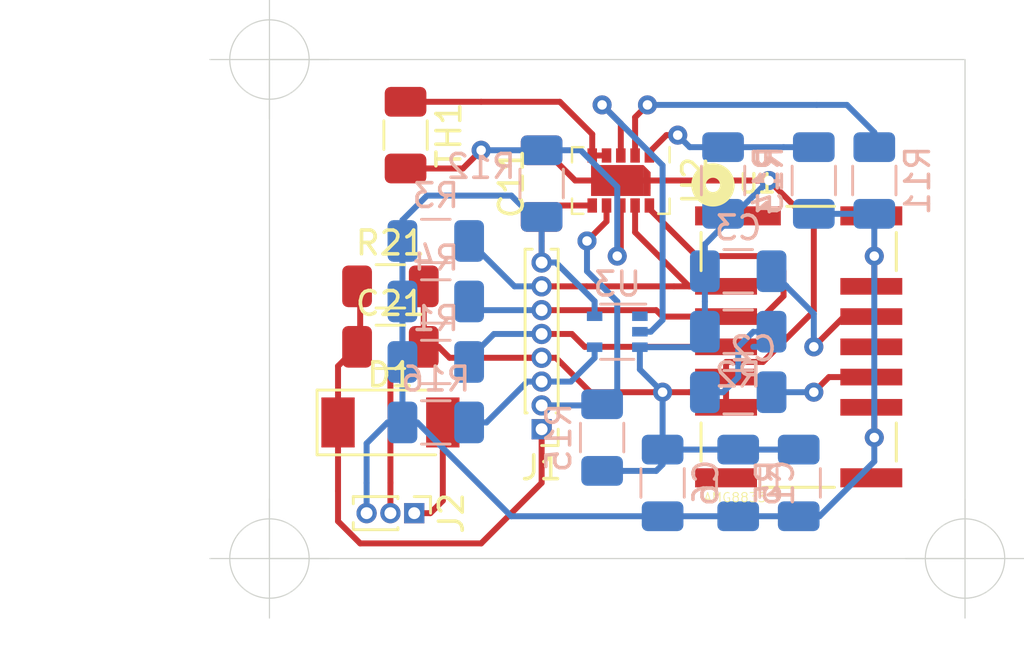
<source format=kicad_pcb>
(kicad_pcb (version 20171130) (host pcbnew "(5.1.5)-3")

  (general
    (thickness 1.6)
    (drawings 9)
    (tracks 200)
    (zones 0)
    (modules 25)
    (nets 20)
  )

  (page A4)
  (layers
    (0 F.Cu signal)
    (31 B.Cu signal)
    (32 B.Adhes user hide)
    (33 F.Adhes user hide)
    (34 B.Paste user hide)
    (35 F.Paste user hide)
    (36 B.SilkS user hide)
    (37 F.SilkS user hide)
    (38 B.Mask user hide)
    (39 F.Mask user hide)
    (40 Dwgs.User user)
    (41 Cmts.User user hide)
    (42 Eco1.User user hide)
    (43 Eco2.User user hide)
    (44 Edge.Cuts user)
    (45 Margin user hide)
    (46 B.CrtYd user hide)
    (47 F.CrtYd user hide)
    (48 B.Fab user hide)
    (49 F.Fab user hide)
  )

  (setup
    (last_trace_width 0.25)
    (trace_clearance 0.2)
    (zone_clearance 0.508)
    (zone_45_only no)
    (trace_min 0.2)
    (via_size 0.8)
    (via_drill 0.4)
    (via_min_size 0.4)
    (via_min_drill 0.3)
    (uvia_size 0.3)
    (uvia_drill 0.1)
    (uvias_allowed no)
    (uvia_min_size 0.2)
    (uvia_min_drill 0.1)
    (edge_width 0.05)
    (segment_width 0.2)
    (pcb_text_width 0.3)
    (pcb_text_size 1.5 1.5)
    (mod_edge_width 0.12)
    (mod_text_size 1 1)
    (mod_text_width 0.15)
    (pad_size 1.524 1.524)
    (pad_drill 0.762)
    (pad_to_mask_clearance 0.051)
    (solder_mask_min_width 0.25)
    (aux_axis_origin 0 0)
    (grid_origin 82.55 -318.77)
    (visible_elements 7FFFFFFF)
    (pcbplotparams
      (layerselection 0x010fc_ffffffff)
      (usegerberextensions false)
      (usegerberattributes false)
      (usegerberadvancedattributes false)
      (creategerberjobfile false)
      (excludeedgelayer true)
      (linewidth 0.100000)
      (plotframeref false)
      (viasonmask false)
      (mode 1)
      (useauxorigin false)
      (hpglpennumber 1)
      (hpglpenspeed 20)
      (hpglpendiameter 15.000000)
      (psnegative false)
      (psa4output false)
      (plotreference true)
      (plotvalue true)
      (plotinvisibletext false)
      (padsonsilk false)
      (subtractmaskfromsilk false)
      (outputformat 1)
      (mirror false)
      (drillshape 1)
      (scaleselection 1)
      (outputdirectory ""))
  )

  (net 0 "")
  (net 1 GND)
  (net 2 3.3V)
  (net 3 "Net-(C2-Pad2)")
  (net 4 "Net-(C2-Pad1)")
  (net 5 "Net-(C3-Pad1)")
  (net 6 /SCL)
  (net 7 /SDA)
  (net 8 /AUDIO_OUT)
  (net 9 /nWAKE)
  (net 10 /nINT_CCS811)
  (net 11 /INT_AMG8833)
  (net 12 "Net-(R11-Pad2)")
  (net 13 "Net-(R13-Pad1)")
  (net 14 "Net-(TH1-Pad1)")
  (net 15 /nINT)
  (net 16 "Net-(U3-Pad1)")
  (net 17 /DETECTOR_OUT)
  (net 18 "Net-(R12-Pad1)")
  (net 19 "Net-(U1-Pad11)")

  (net_class Default "This is the default net class."
    (clearance 0.2)
    (trace_width 0.25)
    (via_dia 0.8)
    (via_drill 0.4)
    (uvia_dia 0.3)
    (uvia_drill 0.1)
    (add_net /AUDIO_OUT)
    (add_net /DETECTOR_OUT)
    (add_net /INT_AMG8833)
    (add_net /SCL)
    (add_net /SDA)
    (add_net /nINT)
    (add_net /nINT_CCS811)
    (add_net /nWAKE)
    (add_net 3.3V)
    (add_net GND)
    (add_net "Net-(C2-Pad1)")
    (add_net "Net-(C2-Pad2)")
    (add_net "Net-(C3-Pad1)")
    (add_net "Net-(R11-Pad2)")
    (add_net "Net-(R12-Pad1)")
    (add_net "Net-(R13-Pad1)")
    (add_net "Net-(TH1-Pad1)")
    (add_net "Net-(U1-Pad11)")
    (add_net "Net-(U3-Pad1)")
  )

  (module AMG8833_REV-B:AMG8833 (layer F.Cu) (tedit 0) (tstamp 5E65B139)
    (at 79.375 -310.515 270)
    (path /6A1E14AE)
    (fp_text reference U1 (at -6.4 2.6) (layer F.SilkS)
      (effects (font (size 0.77216 0.77216) (thickness 0.138988)) (justify left bottom))
    )
    (fp_text value AMG8833 (at 6.554 4.013) (layer F.SilkS)
      (effects (font (size 0.38608 0.38608) (thickness 0.038608)) (justify left bottom))
    )
    (fp_line (start -5.8 -4) (end 5.8 -4) (layer F.Fab) (width 0.127))
    (fp_line (start 5.8 -4) (end 5.8 4) (layer F.Fab) (width 0.127))
    (fp_line (start 5.8 4) (end -5.8 4) (layer F.Fab) (width 0.127))
    (fp_line (start -5.8 4) (end -5.8 -4) (layer F.Fab) (width 0.127))
    (fp_line (start 0.7 -1.3) (end 3.3 -1.3) (layer F.Fab) (width 0.127))
    (fp_line (start 3.3 -1.3) (end 3.3 1.3) (layer F.Fab) (width 0.127))
    (fp_line (start 3.3 1.3) (end 0.7 1.3) (layer F.Fab) (width 0.127))
    (fp_line (start 0.7 1.3) (end 0.7 -1.3) (layer F.Fab) (width 0.127))
    (fp_line (start -4.8 4.1) (end -3.2 4.1) (layer F.SilkS) (width 0.127))
    (fp_line (start -4.8 -4.1) (end -3.2 -4.1) (layer F.SilkS) (width 0.127))
    (fp_line (start -5.9 0.5) (end -5.9 -1.5) (layer F.SilkS) (width 0.127))
    (fp_line (start 5.9 -1.5) (end 5.9 1.5) (layer F.SilkS) (width 0.127))
    (fp_line (start 3.2 -4.1) (end 4.8 -4.1) (layer F.SilkS) (width 0.127))
    (fp_line (start 3.2 4.1) (end 4.8 4.1) (layer F.SilkS) (width 0.127))
    (fp_circle (center -6.8 3.6) (end -6.5 3.6) (layer F.SilkS) (width 0.6096))
    (pad 8 smd rect (at 5.5 -3.05) (size 2.6 0.8) (layers F.Cu F.Paste F.Mask)
      (solder_mask_margin 0.0508))
    (pad 14 smd rect (at -5.5 -3.05) (size 2.6 0.8) (layers F.Cu F.Paste F.Mask)
      (solder_mask_margin 0.0508))
    (pad 7 smd rect (at 5.5 3.05) (size 2.6 0.8) (layers F.Cu F.Paste F.Mask)
      (solder_mask_margin 0.0508))
    (pad 1 smd rect (at -5.5 2.55) (size 3.6 0.8) (layers F.Cu F.Paste F.Mask)
      (solder_mask_margin 0.0508))
    (pad 2 smd rect (at -2.54 3.05) (size 2.6 0.7) (layers F.Cu F.Paste F.Mask)
      (net 7 /SDA) (solder_mask_margin 0.0508))
    (pad 3 smd rect (at -1.27 3.05) (size 2.6 0.7) (layers F.Cu F.Paste F.Mask)
      (net 6 /SCL) (solder_mask_margin 0.0508))
    (pad 4 smd rect (at 0 3.05) (size 2.6 0.7) (layers F.Cu F.Paste F.Mask)
      (net 11 /INT_AMG8833) (solder_mask_margin 0.0508))
    (pad 5 smd rect (at 1.27 3.05) (size 2.6 0.7) (layers F.Cu F.Paste F.Mask)
      (net 1 GND) (solder_mask_margin 0.0508))
    (pad 6 smd rect (at 2.54 3.05) (size 2.6 0.7) (layers F.Cu F.Paste F.Mask)
      (net 1 GND) (solder_mask_margin 0.0508))
    (pad 9 smd rect (at 2.54 -3.05) (size 2.6 0.7) (layers F.Cu F.Paste F.Mask)
      (net 2 3.3V) (solder_mask_margin 0.0508))
    (pad 10 smd rect (at 1.27 -3.05) (size 2.6 0.7) (layers F.Cu F.Paste F.Mask)
      (net 4 "Net-(C2-Pad1)") (solder_mask_margin 0.0508))
    (pad 11 smd rect (at 0 -3.05) (size 2.6 0.7) (layers F.Cu F.Paste F.Mask)
      (net 19 "Net-(U1-Pad11)") (solder_mask_margin 0.0508))
    (pad 12 smd rect (at -1.27 -3.05) (size 2.6 0.7) (layers F.Cu F.Paste F.Mask)
      (net 5 "Net-(C3-Pad1)") (solder_mask_margin 0.0508))
    (pad 13 smd rect (at -2.54 -3.05) (size 2.6 0.7) (layers F.Cu F.Paste F.Mask)
      (net 2 3.3V) (solder_mask_margin 0.0508))
  )

  (module Capacitor_SMD:C_1206_3216Metric (layer B.Cu) (tedit 5B301BBE) (tstamp 5E65B069)
    (at 76.835 -313.69 180)
    (descr "Capacitor SMD 1206 (3216 Metric), square (rectangular) end terminal, IPC_7351 nominal, (Body size source: http://www.tortai-tech.com/upload/download/2011102023233369053.pdf), generated with kicad-footprint-generator")
    (tags capacitor)
    (path /4017C25B)
    (attr smd)
    (fp_text reference C3 (at 0 1.82) (layer B.SilkS)
      (effects (font (size 1 1) (thickness 0.15)) (justify mirror))
    )
    (fp_text value 2.2uF (at 0 -1.82) (layer B.Fab)
      (effects (font (size 1 1) (thickness 0.15)) (justify mirror))
    )
    (fp_text user %R (at 0 0) (layer B.Fab)
      (effects (font (size 0.8 0.8) (thickness 0.12)) (justify mirror))
    )
    (fp_line (start 2.28 -1.12) (end -2.28 -1.12) (layer B.CrtYd) (width 0.05))
    (fp_line (start 2.28 1.12) (end 2.28 -1.12) (layer B.CrtYd) (width 0.05))
    (fp_line (start -2.28 1.12) (end 2.28 1.12) (layer B.CrtYd) (width 0.05))
    (fp_line (start -2.28 -1.12) (end -2.28 1.12) (layer B.CrtYd) (width 0.05))
    (fp_line (start -0.602064 -0.91) (end 0.602064 -0.91) (layer B.SilkS) (width 0.12))
    (fp_line (start -0.602064 0.91) (end 0.602064 0.91) (layer B.SilkS) (width 0.12))
    (fp_line (start 1.6 -0.8) (end -1.6 -0.8) (layer B.Fab) (width 0.1))
    (fp_line (start 1.6 0.8) (end 1.6 -0.8) (layer B.Fab) (width 0.1))
    (fp_line (start -1.6 0.8) (end 1.6 0.8) (layer B.Fab) (width 0.1))
    (fp_line (start -1.6 -0.8) (end -1.6 0.8) (layer B.Fab) (width 0.1))
    (pad 2 smd roundrect (at 1.4 0 180) (size 1.25 1.75) (layers B.Cu B.Paste B.Mask) (roundrect_rratio 0.2)
      (net 1 GND))
    (pad 1 smd roundrect (at -1.4 0 180) (size 1.25 1.75) (layers B.Cu B.Paste B.Mask) (roundrect_rratio 0.2)
      (net 5 "Net-(C3-Pad1)"))
    (model ${KISYS3DMOD}/Capacitor_SMD.3dshapes/C_1206_3216Metric.wrl
      (at (xyz 0 0 0))
      (scale (xyz 1 1 1))
      (rotate (xyz 0 0 0))
    )
  )

  (module Resistor_SMD:R_1206_3216Metric (layer B.Cu) (tedit 5B301BBD) (tstamp 5E65B0F9)
    (at 76.835 -311.15)
    (descr "Resistor SMD 1206 (3216 Metric), square (rectangular) end terminal, IPC_7351 nominal, (Body size source: http://www.tortai-tech.com/upload/download/2011102023233369053.pdf), generated with kicad-footprint-generator")
    (tags resistor)
    (path /5A764C0D)
    (attr smd)
    (fp_text reference R2 (at 0 1.82 180) (layer B.SilkS)
      (effects (font (size 1 1) (thickness 0.15)) (justify mirror))
    )
    (fp_text value 22 (at 0 -1.82 180) (layer B.Fab)
      (effects (font (size 1 1) (thickness 0.15)) (justify mirror))
    )
    (fp_text user %R (at 0 0 180) (layer B.Fab)
      (effects (font (size 0.8 0.8) (thickness 0.12)) (justify mirror))
    )
    (fp_line (start 2.28 -1.12) (end -2.28 -1.12) (layer B.CrtYd) (width 0.05))
    (fp_line (start 2.28 1.12) (end 2.28 -1.12) (layer B.CrtYd) (width 0.05))
    (fp_line (start -2.28 1.12) (end 2.28 1.12) (layer B.CrtYd) (width 0.05))
    (fp_line (start -2.28 -1.12) (end -2.28 1.12) (layer B.CrtYd) (width 0.05))
    (fp_line (start -0.602064 -0.91) (end 0.602064 -0.91) (layer B.SilkS) (width 0.12))
    (fp_line (start -0.602064 0.91) (end 0.602064 0.91) (layer B.SilkS) (width 0.12))
    (fp_line (start 1.6 -0.8) (end -1.6 -0.8) (layer B.Fab) (width 0.1))
    (fp_line (start 1.6 0.8) (end 1.6 -0.8) (layer B.Fab) (width 0.1))
    (fp_line (start -1.6 0.8) (end 1.6 0.8) (layer B.Fab) (width 0.1))
    (fp_line (start -1.6 -0.8) (end -1.6 0.8) (layer B.Fab) (width 0.1))
    (pad 2 smd roundrect (at 1.4 0) (size 1.25 1.75) (layers B.Cu B.Paste B.Mask) (roundrect_rratio 0.2)
      (net 3 "Net-(C2-Pad2)"))
    (pad 1 smd roundrect (at -1.4 0) (size 1.25 1.75) (layers B.Cu B.Paste B.Mask) (roundrect_rratio 0.2)
      (net 1 GND))
    (model ${KISYS3DMOD}/Resistor_SMD.3dshapes/R_1206_3216Metric.wrl
      (at (xyz 0 0 0))
      (scale (xyz 1 1 1))
      (rotate (xyz 0 0 0))
    )
  )

  (module Diode_SMD:D_SOD-128 (layer F.Cu) (tedit 5D3216F4) (tstamp 5E65ADE0)
    (at 62.23 -307.34)
    (descr "D_SOD-128 (CFP5 SlimSMAW), https://assets.nexperia.com/documents/outline-drawing/SOD128.pdf")
    (tags D_SOD-128)
    (path /5E607A7B)
    (attr smd)
    (fp_text reference D1 (at 0 -2) (layer F.SilkS)
      (effects (font (size 1 1) (thickness 0.15)))
    )
    (fp_text value RB081LAM-20 (at 0 2) (layer F.Fab)
      (effects (font (size 1 1) (thickness 0.15)))
    )
    (fp_line (start -3.08 -1.36) (end 1.9 -1.36) (layer F.SilkS) (width 0.12))
    (fp_line (start -3.08 1.36) (end 1.9 1.36) (layer F.SilkS) (width 0.12))
    (fp_line (start -3.15 -1.5) (end -3.15 1.5) (layer F.CrtYd) (width 0.05))
    (fp_line (start 3.15 1.5) (end -3.15 1.5) (layer F.CrtYd) (width 0.05))
    (fp_line (start 3.15 -1.5) (end 3.15 1.5) (layer F.CrtYd) (width 0.05))
    (fp_line (start -3.15 -1.5) (end 3.15 -1.5) (layer F.CrtYd) (width 0.05))
    (fp_line (start -1.9 -1.25) (end 1.9 -1.25) (layer F.Fab) (width 0.1))
    (fp_line (start 1.9 -1.25) (end 1.9 1.25) (layer F.Fab) (width 0.1))
    (fp_line (start 1.9 1.25) (end -1.9 1.25) (layer F.Fab) (width 0.1))
    (fp_line (start -1.9 1.25) (end -1.9 -1.25) (layer F.Fab) (width 0.1))
    (fp_line (start -0.75 0) (end -0.35 0) (layer F.Fab) (width 0.1))
    (fp_line (start -0.35 0) (end -0.35 -0.55) (layer F.Fab) (width 0.1))
    (fp_line (start -0.35 0) (end -0.35 0.55) (layer F.Fab) (width 0.1))
    (fp_line (start -0.35 0) (end 0.25 -0.4) (layer F.Fab) (width 0.1))
    (fp_line (start 0.25 -0.4) (end 0.25 0.4) (layer F.Fab) (width 0.1))
    (fp_line (start 0.25 0.4) (end -0.35 0) (layer F.Fab) (width 0.1))
    (fp_line (start 0.25 0) (end 0.75 0) (layer F.Fab) (width 0.1))
    (fp_line (start -3.08 -1.36) (end -3.08 1.36) (layer F.SilkS) (width 0.12))
    (fp_text user %R (at 0 -2) (layer F.Fab)
      (effects (font (size 1 1) (thickness 0.15)))
    )
    (pad 2 smd rect (at 2.2 0) (size 1.4 2.1) (layers F.Cu F.Paste F.Mask)
      (net 8 /AUDIO_OUT))
    (pad 1 smd rect (at -2.2 0) (size 1.4 2.1) (layers F.Cu F.Paste F.Mask)
      (net 17 /DETECTOR_OUT))
    (model ${KISYS3DMOD}/Diode_SMD.3dshapes/D_SOD-128.wrl
      (at (xyz 0 0 0))
      (scale (xyz 1 1 1))
      (rotate (xyz 0 0 0))
    )
  )

  (module Resistor_SMD:R_1206_3216Metric (layer B.Cu) (tedit 5B301BBD) (tstamp 5E65B189)
    (at 64.135 -307.34 180)
    (descr "Resistor SMD 1206 (3216 Metric), square (rectangular) end terminal, IPC_7351 nominal, (Body size source: http://www.tortai-tech.com/upload/download/2011102023233369053.pdf), generated with kicad-footprint-generator")
    (tags resistor)
    (path /5E628D64)
    (attr smd)
    (fp_text reference R16 (at 0 1.82 180) (layer B.SilkS)
      (effects (font (size 1 1) (thickness 0.15)) (justify mirror))
    )
    (fp_text value 10K (at 0 -1.82 180) (layer B.Fab)
      (effects (font (size 1 1) (thickness 0.15)) (justify mirror))
    )
    (fp_text user %R (at 0 0 180) (layer B.Fab)
      (effects (font (size 0.8 0.8) (thickness 0.12)) (justify mirror))
    )
    (fp_line (start 2.28 -1.12) (end -2.28 -1.12) (layer B.CrtYd) (width 0.05))
    (fp_line (start 2.28 1.12) (end 2.28 -1.12) (layer B.CrtYd) (width 0.05))
    (fp_line (start -2.28 1.12) (end 2.28 1.12) (layer B.CrtYd) (width 0.05))
    (fp_line (start -2.28 -1.12) (end -2.28 1.12) (layer B.CrtYd) (width 0.05))
    (fp_line (start -0.602064 -0.91) (end 0.602064 -0.91) (layer B.SilkS) (width 0.12))
    (fp_line (start -0.602064 0.91) (end 0.602064 0.91) (layer B.SilkS) (width 0.12))
    (fp_line (start 1.6 -0.8) (end -1.6 -0.8) (layer B.Fab) (width 0.1))
    (fp_line (start 1.6 0.8) (end 1.6 -0.8) (layer B.Fab) (width 0.1))
    (fp_line (start -1.6 0.8) (end 1.6 0.8) (layer B.Fab) (width 0.1))
    (fp_line (start -1.6 -0.8) (end -1.6 0.8) (layer B.Fab) (width 0.1))
    (pad 2 smd roundrect (at 1.4 0 180) (size 1.25 1.75) (layers B.Cu B.Paste B.Mask) (roundrect_rratio 0.2)
      (net 2 3.3V))
    (pad 1 smd roundrect (at -1.4 0 180) (size 1.25 1.75) (layers B.Cu B.Paste B.Mask) (roundrect_rratio 0.2)
      (net 10 /nINT_CCS811))
    (model ${KISYS3DMOD}/Resistor_SMD.3dshapes/R_1206_3216Metric.wrl
      (at (xyz 0 0 0))
      (scale (xyz 1 1 1))
      (rotate (xyz 0 0 0))
    )
  )

  (module Connector_PinHeader_1.00mm:PinHeader_1x03_P1.00mm_Vertical (layer F.Cu) (tedit 59FED738) (tstamp 5E65AEC4)
    (at 63.23 -303.53 270)
    (descr "Through hole straight pin header, 1x03, 1.00mm pitch, single row")
    (tags "Through hole pin header THT 1x03 1.00mm single row")
    (path /5E5FBFAE)
    (fp_text reference J2 (at 0 -1.56 90) (layer F.SilkS)
      (effects (font (size 1 1) (thickness 0.15)))
    )
    (fp_text value "microphoon connection" (at 0 3.56 90) (layer F.Fab)
      (effects (font (size 1 1) (thickness 0.15)))
    )
    (fp_text user %R (at 0 1) (layer F.Fab)
      (effects (font (size 0.76 0.76) (thickness 0.114)))
    )
    (fp_line (start 1.15 -1) (end -1.15 -1) (layer F.CrtYd) (width 0.05))
    (fp_line (start 1.15 3) (end 1.15 -1) (layer F.CrtYd) (width 0.05))
    (fp_line (start -1.15 3) (end 1.15 3) (layer F.CrtYd) (width 0.05))
    (fp_line (start -1.15 -1) (end -1.15 3) (layer F.CrtYd) (width 0.05))
    (fp_line (start -0.695 -0.685) (end 0 -0.685) (layer F.SilkS) (width 0.12))
    (fp_line (start -0.695 0) (end -0.695 -0.685) (layer F.SilkS) (width 0.12))
    (fp_line (start 0.608276 0.685) (end 0.695 0.685) (layer F.SilkS) (width 0.12))
    (fp_line (start -0.695 0.685) (end -0.608276 0.685) (layer F.SilkS) (width 0.12))
    (fp_line (start 0.695 0.685) (end 0.695 2.56) (layer F.SilkS) (width 0.12))
    (fp_line (start -0.695 0.685) (end -0.695 2.56) (layer F.SilkS) (width 0.12))
    (fp_line (start 0.394493 2.56) (end 0.695 2.56) (layer F.SilkS) (width 0.12))
    (fp_line (start -0.695 2.56) (end -0.394493 2.56) (layer F.SilkS) (width 0.12))
    (fp_line (start -0.635 -0.1825) (end -0.3175 -0.5) (layer F.Fab) (width 0.1))
    (fp_line (start -0.635 2.5) (end -0.635 -0.1825) (layer F.Fab) (width 0.1))
    (fp_line (start 0.635 2.5) (end -0.635 2.5) (layer F.Fab) (width 0.1))
    (fp_line (start 0.635 -0.5) (end 0.635 2.5) (layer F.Fab) (width 0.1))
    (fp_line (start -0.3175 -0.5) (end 0.635 -0.5) (layer F.Fab) (width 0.1))
    (pad 3 thru_hole oval (at 0 2 270) (size 0.85 0.85) (drill 0.5) (layers *.Cu *.Mask)
      (net 2 3.3V))
    (pad 2 thru_hole oval (at 0 1 270) (size 0.85 0.85) (drill 0.5) (layers *.Cu *.Mask)
      (net 1 GND))
    (pad 1 thru_hole rect (at 0 0 270) (size 0.85 0.85) (drill 0.5) (layers *.Cu *.Mask)
      (net 8 /AUDIO_OUT))
    (model ${KISYS3DMOD}/Connector_PinHeader_1.00mm.3dshapes/PinHeader_1x03_P1.00mm_Vertical.wrl
      (at (xyz 0 0 0))
      (scale (xyz 1 1 1))
      (rotate (xyz 0 0 0))
    )
  )

  (module Connector_PinHeader_1.00mm:PinHeader_1x08_P1.00mm_Vertical (layer F.Cu) (tedit 59FED738) (tstamp 5E65AD5E)
    (at 68.58 -307.055 180)
    (descr "Through hole straight pin header, 1x08, 1.00mm pitch, single row")
    (tags "Through hole pin header THT 1x08 1.00mm single row")
    (path /5E5DEA34)
    (fp_text reference J1 (at 0 -1.62) (layer F.SilkS)
      (effects (font (size 1 1) (thickness 0.15)))
    )
    (fp_text value "Mainboard connection" (at 0 8.56) (layer F.Fab)
      (effects (font (size 1 1) (thickness 0.15)))
    )
    (fp_line (start -0.3175 -0.5) (end 0.635 -0.5) (layer F.Fab) (width 0.1))
    (fp_line (start 0.635 -0.5) (end 0.635 7.5) (layer F.Fab) (width 0.1))
    (fp_line (start 0.635 7.5) (end -0.635 7.5) (layer F.Fab) (width 0.1))
    (fp_line (start -0.635 7.5) (end -0.635 -0.1825) (layer F.Fab) (width 0.1))
    (fp_line (start -0.635 -0.1825) (end -0.3175 -0.5) (layer F.Fab) (width 0.1))
    (fp_line (start -0.695 7.56) (end -0.394493 7.56) (layer F.SilkS) (width 0.12))
    (fp_line (start 0.394493 7.56) (end 0.695 7.56) (layer F.SilkS) (width 0.12))
    (fp_line (start -0.695 0.685) (end -0.695 7.56) (layer F.SilkS) (width 0.12))
    (fp_line (start 0.695 0.685) (end 0.695 7.56) (layer F.SilkS) (width 0.12))
    (fp_line (start -0.695 0.685) (end -0.608276 0.685) (layer F.SilkS) (width 0.12))
    (fp_line (start 0.608276 0.685) (end 0.695 0.685) (layer F.SilkS) (width 0.12))
    (fp_line (start -0.695 0) (end -0.695 -0.685) (layer F.SilkS) (width 0.12))
    (fp_line (start -0.695 -0.685) (end 0 -0.685) (layer F.SilkS) (width 0.12))
    (fp_line (start -1.15 -1) (end -1.15 8) (layer F.CrtYd) (width 0.05))
    (fp_line (start -1.15 8) (end 1.15 8) (layer F.CrtYd) (width 0.05))
    (fp_line (start 1.15 8) (end 1.15 -1) (layer F.CrtYd) (width 0.05))
    (fp_line (start 1.15 -1) (end -1.15 -1) (layer F.CrtYd) (width 0.05))
    (fp_text user %R (at 0 3.5 90) (layer F.Fab)
      (effects (font (size 0.76 0.76) (thickness 0.114)))
    )
    (pad 1 thru_hole rect (at 0 0 180) (size 0.85 0.85) (drill 0.5) (layers *.Cu *.Mask)
      (net 17 /DETECTOR_OUT))
    (pad 2 thru_hole oval (at 0 1 180) (size 0.85 0.85) (drill 0.5) (layers *.Cu *.Mask)
      (net 9 /nWAKE))
    (pad 3 thru_hole oval (at 0 2 180) (size 0.85 0.85) (drill 0.5) (layers *.Cu *.Mask)
      (net 10 /nINT_CCS811))
    (pad 4 thru_hole oval (at 0 3 180) (size 0.85 0.85) (drill 0.5) (layers *.Cu *.Mask)
      (net 1 GND))
    (pad 5 thru_hole oval (at 0 4 180) (size 0.85 0.85) (drill 0.5) (layers *.Cu *.Mask)
      (net 11 /INT_AMG8833))
    (pad 6 thru_hole oval (at 0 5 180) (size 0.85 0.85) (drill 0.5) (layers *.Cu *.Mask)
      (net 6 /SCL))
    (pad 7 thru_hole oval (at 0 6 180) (size 0.85 0.85) (drill 0.5) (layers *.Cu *.Mask)
      (net 7 /SDA))
    (pad 8 thru_hole oval (at 0 7 180) (size 0.85 0.85) (drill 0.5) (layers *.Cu *.Mask)
      (net 2 3.3V))
    (model ${KISYS3DMOD}/Connector_PinHeader_1.00mm.3dshapes/PinHeader_1x08_P1.00mm_Vertical.wrl
      (at (xyz 0 0 0))
      (scale (xyz 1 1 1))
      (rotate (xyz 0 0 0))
    )
  )

  (module Capacitor_SMD:C_1206_3216Metric (layer B.Cu) (tedit 5B301BBE) (tstamp 5E65B219)
    (at 76.835 -308.61 180)
    (descr "Capacitor SMD 1206 (3216 Metric), square (rectangular) end terminal, IPC_7351 nominal, (Body size source: http://www.tortai-tech.com/upload/download/2011102023233369053.pdf), generated with kicad-footprint-generator")
    (tags capacitor)
    (path /AC671DB5)
    (attr smd)
    (fp_text reference C2 (at -0.635 1.82 180) (layer B.SilkS)
      (effects (font (size 1 1) (thickness 0.15)) (justify mirror))
    )
    (fp_text value 1uF (at 0 -1.82 180) (layer B.Fab)
      (effects (font (size 1 1) (thickness 0.15)) (justify mirror))
    )
    (fp_text user %R (at 0 0 180) (layer B.Fab)
      (effects (font (size 0.8 0.8) (thickness 0.12)) (justify mirror))
    )
    (fp_line (start 2.28 -1.12) (end -2.28 -1.12) (layer B.CrtYd) (width 0.05))
    (fp_line (start 2.28 1.12) (end 2.28 -1.12) (layer B.CrtYd) (width 0.05))
    (fp_line (start -2.28 1.12) (end 2.28 1.12) (layer B.CrtYd) (width 0.05))
    (fp_line (start -2.28 -1.12) (end -2.28 1.12) (layer B.CrtYd) (width 0.05))
    (fp_line (start -0.602064 -0.91) (end 0.602064 -0.91) (layer B.SilkS) (width 0.12))
    (fp_line (start -0.602064 0.91) (end 0.602064 0.91) (layer B.SilkS) (width 0.12))
    (fp_line (start 1.6 -0.8) (end -1.6 -0.8) (layer B.Fab) (width 0.1))
    (fp_line (start 1.6 0.8) (end 1.6 -0.8) (layer B.Fab) (width 0.1))
    (fp_line (start -1.6 0.8) (end 1.6 0.8) (layer B.Fab) (width 0.1))
    (fp_line (start -1.6 -0.8) (end -1.6 0.8) (layer B.Fab) (width 0.1))
    (pad 2 smd roundrect (at 1.4 0 180) (size 1.25 1.75) (layers B.Cu B.Paste B.Mask) (roundrect_rratio 0.2)
      (net 3 "Net-(C2-Pad2)"))
    (pad 1 smd roundrect (at -1.4 0 180) (size 1.25 1.75) (layers B.Cu B.Paste B.Mask) (roundrect_rratio 0.2)
      (net 4 "Net-(C2-Pad1)"))
    (model ${KISYS3DMOD}/Capacitor_SMD.3dshapes/C_1206_3216Metric.wrl
      (at (xyz 0 0 0))
      (scale (xyz 1 1 1))
      (rotate (xyz 0 0 0))
    )
  )

  (module Resistor_SMD:R_1206_3216Metric (layer B.Cu) (tedit 5B301BBD) (tstamp 5E65B1E9)
    (at 71.12 -306.705 270)
    (descr "Resistor SMD 1206 (3216 Metric), square (rectangular) end terminal, IPC_7351 nominal, (Body size source: http://www.tortai-tech.com/upload/download/2011102023233369053.pdf), generated with kicad-footprint-generator")
    (tags resistor)
    (path /5E581DA6)
    (attr smd)
    (fp_text reference R15 (at 0 1.82 90) (layer B.SilkS)
      (effects (font (size 1 1) (thickness 0.15)) (justify mirror))
    )
    (fp_text value 10k (at 0 -1.82 90) (layer B.Fab)
      (effects (font (size 1 1) (thickness 0.15)) (justify mirror))
    )
    (fp_text user %R (at 0 0 90) (layer B.Fab)
      (effects (font (size 0.8 0.8) (thickness 0.12)) (justify mirror))
    )
    (fp_line (start 2.28 -1.12) (end -2.28 -1.12) (layer B.CrtYd) (width 0.05))
    (fp_line (start 2.28 1.12) (end 2.28 -1.12) (layer B.CrtYd) (width 0.05))
    (fp_line (start -2.28 1.12) (end 2.28 1.12) (layer B.CrtYd) (width 0.05))
    (fp_line (start -2.28 -1.12) (end -2.28 1.12) (layer B.CrtYd) (width 0.05))
    (fp_line (start -0.602064 -0.91) (end 0.602064 -0.91) (layer B.SilkS) (width 0.12))
    (fp_line (start -0.602064 0.91) (end 0.602064 0.91) (layer B.SilkS) (width 0.12))
    (fp_line (start 1.6 -0.8) (end -1.6 -0.8) (layer B.Fab) (width 0.1))
    (fp_line (start 1.6 0.8) (end 1.6 -0.8) (layer B.Fab) (width 0.1))
    (fp_line (start -1.6 0.8) (end 1.6 0.8) (layer B.Fab) (width 0.1))
    (fp_line (start -1.6 -0.8) (end -1.6 0.8) (layer B.Fab) (width 0.1))
    (pad 2 smd roundrect (at 1.4 0 270) (size 1.25 1.75) (layers B.Cu B.Paste B.Mask) (roundrect_rratio 0.2)
      (net 1 GND))
    (pad 1 smd roundrect (at -1.4 0 270) (size 1.25 1.75) (layers B.Cu B.Paste B.Mask) (roundrect_rratio 0.2)
      (net 9 /nWAKE))
    (model ${KISYS3DMOD}/Resistor_SMD.3dshapes/R_1206_3216Metric.wrl
      (at (xyz 0 0 0))
      (scale (xyz 1 1 1))
      (rotate (xyz 0 0 0))
    )
  )

  (module Capacitor_SMD:C_1206_3216Metric (layer B.Cu) (tedit 5B301BBE) (tstamp 5E65B2AC)
    (at 73.66 -304.8 90)
    (descr "Capacitor SMD 1206 (3216 Metric), square (rectangular) end terminal, IPC_7351 nominal, (Body size source: http://www.tortai-tech.com/upload/download/2011102023233369053.pdf), generated with kicad-footprint-generator")
    (tags capacitor)
    (path /8451312A)
    (attr smd)
    (fp_text reference C6 (at 0 1.82 90) (layer B.SilkS)
      (effects (font (size 1 1) (thickness 0.15)) (justify mirror))
    )
    (fp_text value 0.1uF (at 0 -1.82 90) (layer B.Fab)
      (effects (font (size 1 1) (thickness 0.15)) (justify mirror))
    )
    (fp_text user %R (at 0 0 90) (layer B.Fab)
      (effects (font (size 0.8 0.8) (thickness 0.12)) (justify mirror))
    )
    (fp_line (start 2.28 -1.12) (end -2.28 -1.12) (layer B.CrtYd) (width 0.05))
    (fp_line (start 2.28 1.12) (end 2.28 -1.12) (layer B.CrtYd) (width 0.05))
    (fp_line (start -2.28 1.12) (end 2.28 1.12) (layer B.CrtYd) (width 0.05))
    (fp_line (start -2.28 -1.12) (end -2.28 1.12) (layer B.CrtYd) (width 0.05))
    (fp_line (start -0.602064 -0.91) (end 0.602064 -0.91) (layer B.SilkS) (width 0.12))
    (fp_line (start -0.602064 0.91) (end 0.602064 0.91) (layer B.SilkS) (width 0.12))
    (fp_line (start 1.6 -0.8) (end -1.6 -0.8) (layer B.Fab) (width 0.1))
    (fp_line (start 1.6 0.8) (end 1.6 -0.8) (layer B.Fab) (width 0.1))
    (fp_line (start -1.6 0.8) (end 1.6 0.8) (layer B.Fab) (width 0.1))
    (fp_line (start -1.6 -0.8) (end -1.6 0.8) (layer B.Fab) (width 0.1))
    (pad 2 smd roundrect (at 1.4 0 90) (size 1.25 1.75) (layers B.Cu B.Paste B.Mask) (roundrect_rratio 0.2)
      (net 1 GND))
    (pad 1 smd roundrect (at -1.4 0 90) (size 1.25 1.75) (layers B.Cu B.Paste B.Mask) (roundrect_rratio 0.2)
      (net 2 3.3V))
    (model ${KISYS3DMOD}/Capacitor_SMD.3dshapes/C_1206_3216Metric.wrl
      (at (xyz 0 0 0))
      (scale (xyz 1 1 1))
      (rotate (xyz 0 0 0))
    )
  )

  (module Package_LGA:AMS_LGA-10-1EP_2.7x4mm_P0.6mm (layer F.Cu) (tedit 5A02F217) (tstamp 5E65B25A)
    (at 71.905 -317.5 270)
    (descr "LGA-10, http://ams.com/eng/content/download/951091/2269479/471718")
    (tags "lga land grid array")
    (path /5E59C18B)
    (attr smd)
    (fp_text reference U2 (at 0 -3.1 90) (layer F.SilkS)
      (effects (font (size 1 1) (thickness 0.15)))
    )
    (fp_text value CCS811 (at 0 3.1 90) (layer F.Fab)
      (effects (font (size 1 1) (thickness 0.15)))
    )
    (fp_line (start 1.4 -2.05) (end 1.4 -1.57) (layer F.SilkS) (width 0.1))
    (fp_line (start 0.76 -2.05) (end 1.4 -2.05) (layer F.SilkS) (width 0.1))
    (fp_line (start 1.4 1.57) (end 1.4 2.05) (layer F.SilkS) (width 0.1))
    (fp_line (start 0.76 2.05) (end 1.4 2.05) (layer F.SilkS) (width 0.1))
    (fp_line (start -1.4 -2.05) (end -0.76 -2.05) (layer F.SilkS) (width 0.1))
    (fp_line (start -1.4 2.05) (end -0.76 2.05) (layer F.SilkS) (width 0.1))
    (fp_line (start -1.4 1.57) (end -1.4 2.05) (layer F.SilkS) (width 0.1))
    (fp_line (start -1 -1.95) (end 1.3 -1.95) (layer F.Fab) (width 0.1))
    (fp_line (start -1.3 -1.65) (end -1 -1.95) (layer F.Fab) (width 0.1))
    (fp_line (start -1.3 1.95) (end -1.3 -1.65) (layer F.Fab) (width 0.1))
    (fp_line (start 1.3 1.95) (end -1.3 1.95) (layer F.Fab) (width 0.1))
    (fp_line (start 1.3 -1.95) (end 1.3 1.95) (layer F.Fab) (width 0.1))
    (fp_line (start -1.5 -2.15) (end 1.5 -2.15) (layer F.CrtYd) (width 0.05))
    (fp_line (start -1.5 2.15) (end -1.5 -2.15) (layer F.CrtYd) (width 0.05))
    (fp_line (start 1.5 2.15) (end -1.5 2.15) (layer F.CrtYd) (width 0.05))
    (fp_line (start 1.5 -2.15) (end 1.5 2.15) (layer F.CrtYd) (width 0.05))
    (fp_text user %R (at 0 0 90) (layer F.Fab)
      (effects (font (size 0.5 0.5) (thickness 0.05)))
    )
    (pad 8 smd rect (at 1.05 0 270) (size 0.6 0.4) (layers F.Cu F.Paste F.Mask)
      (net 18 "Net-(R12-Pad1)"))
    (pad 4 smd rect (at -1.05 0.6 270) (size 0.6 0.4) (layers F.Cu F.Paste F.Mask)
      (net 14 "Net-(TH1-Pad1)"))
    (pad 3 smd rect (at -1.05 0 270) (size 0.6 0.4) (layers F.Cu F.Paste F.Mask)
      (net 15 /nINT))
    (pad 2 smd rect (at -1.05 -0.6 270) (size 0.6 0.4) (layers F.Cu F.Paste F.Mask)
      (net 12 "Net-(R11-Pad2)"))
    (pad 1 smd rect (at -1.05 -1.2 270) (size 0.6 0.4) (layers F.Cu F.Paste F.Mask)
      (net 13 "Net-(R13-Pad1)"))
    (pad 5 smd rect (at -1.05 1.2 270) (size 0.6 0.4) (layers F.Cu F.Paste F.Mask)
      (net 14 "Net-(TH1-Pad1)"))
    (pad 9 smd rect (at 1.05 -0.6 270) (size 0.6 0.4) (layers F.Cu F.Paste F.Mask)
      (net 7 /SDA))
    (pad 10 smd rect (at 1.05 -1.2 270) (size 0.6 0.4) (layers F.Cu F.Paste F.Mask)
      (net 6 /SCL))
    (pad 7 smd rect (at 1.05 0.6 270) (size 0.6 0.4) (layers F.Cu F.Paste F.Mask)
      (net 9 /nWAKE))
    (pad 6 smd rect (at 1.05 1.2 270) (size 0.6 0.4) (layers F.Cu F.Paste F.Mask)
      (net 2 3.3V))
    (pad 11 smd rect (at 0 0.15 270) (size 1.3 2.2) (layers F.Cu F.Paste F.Mask)
      (net 1 GND))
    (pad 11 smd rect (at 0.15 -1.1 270) (size 1 0.3) (layers F.Cu F.Paste F.Mask)
      (net 1 GND))
    (pad 11 smd trapezoid (at 0 -1.1 270) (size 1 0.3) (rect_delta 0 0.3 ) (layers F.Cu F.Paste F.Mask)
      (net 1 GND))
    (model ${KISYS3DMOD}/Package_LGA.3dshapes/AMS_LGA-10-1EP_2.7x4mm_P0.6mm.wrl
      (at (xyz 0 0 0))
      (scale (xyz 1 1 1))
      (rotate (xyz 0 0 0))
    )
  )

  (module Resistor_SMD:R_1206_3216Metric (layer F.Cu) (tedit 5B301BBD) (tstamp 5E65B1B9)
    (at 62.23 -313.055)
    (descr "Resistor SMD 1206 (3216 Metric), square (rectangular) end terminal, IPC_7351 nominal, (Body size source: http://www.tortai-tech.com/upload/download/2011102023233369053.pdf), generated with kicad-footprint-generator")
    (tags resistor)
    (path /5E6052B8)
    (attr smd)
    (fp_text reference R21 (at 0 -1.82) (layer F.SilkS)
      (effects (font (size 1 1) (thickness 0.15)))
    )
    (fp_text value 100k (at 0 1.82) (layer F.Fab)
      (effects (font (size 1 1) (thickness 0.15)))
    )
    (fp_text user %R (at 0 0) (layer F.Fab)
      (effects (font (size 0.8 0.8) (thickness 0.12)))
    )
    (fp_line (start 2.28 1.12) (end -2.28 1.12) (layer F.CrtYd) (width 0.05))
    (fp_line (start 2.28 -1.12) (end 2.28 1.12) (layer F.CrtYd) (width 0.05))
    (fp_line (start -2.28 -1.12) (end 2.28 -1.12) (layer F.CrtYd) (width 0.05))
    (fp_line (start -2.28 1.12) (end -2.28 -1.12) (layer F.CrtYd) (width 0.05))
    (fp_line (start -0.602064 0.91) (end 0.602064 0.91) (layer F.SilkS) (width 0.12))
    (fp_line (start -0.602064 -0.91) (end 0.602064 -0.91) (layer F.SilkS) (width 0.12))
    (fp_line (start 1.6 0.8) (end -1.6 0.8) (layer F.Fab) (width 0.1))
    (fp_line (start 1.6 -0.8) (end 1.6 0.8) (layer F.Fab) (width 0.1))
    (fp_line (start -1.6 -0.8) (end 1.6 -0.8) (layer F.Fab) (width 0.1))
    (fp_line (start -1.6 0.8) (end -1.6 -0.8) (layer F.Fab) (width 0.1))
    (pad 2 smd roundrect (at 1.4 0) (size 1.25 1.75) (layers F.Cu F.Paste F.Mask) (roundrect_rratio 0.2)
      (net 1 GND))
    (pad 1 smd roundrect (at -1.4 0) (size 1.25 1.75) (layers F.Cu F.Paste F.Mask) (roundrect_rratio 0.2)
      (net 17 /DETECTOR_OUT))
    (model ${KISYS3DMOD}/Resistor_SMD.3dshapes/R_1206_3216Metric.wrl
      (at (xyz 0 0 0))
      (scale (xyz 1 1 1))
      (rotate (xyz 0 0 0))
    )
  )

  (module Resistor_SMD:R_1206_3216Metric (layer B.Cu) (tedit 5B301BBD) (tstamp 5E65AF79)
    (at 76.2 -317.5 90)
    (descr "Resistor SMD 1206 (3216 Metric), square (rectangular) end terminal, IPC_7351 nominal, (Body size source: http://www.tortai-tech.com/upload/download/2011102023233369053.pdf), generated with kicad-footprint-generator")
    (tags resistor)
    (path /5E6606AE)
    (attr smd)
    (fp_text reference R14 (at 0 1.82 270) (layer B.SilkS)
      (effects (font (size 1 1) (thickness 0.15)) (justify mirror))
    )
    (fp_text value 100k (at 0 -1.82 270) (layer B.Fab)
      (effects (font (size 1 1) (thickness 0.15)) (justify mirror))
    )
    (fp_text user %R (at 0 0 270) (layer B.Fab)
      (effects (font (size 0.8 0.8) (thickness 0.12)) (justify mirror))
    )
    (fp_line (start 2.28 -1.12) (end -2.28 -1.12) (layer B.CrtYd) (width 0.05))
    (fp_line (start 2.28 1.12) (end 2.28 -1.12) (layer B.CrtYd) (width 0.05))
    (fp_line (start -2.28 1.12) (end 2.28 1.12) (layer B.CrtYd) (width 0.05))
    (fp_line (start -2.28 -1.12) (end -2.28 1.12) (layer B.CrtYd) (width 0.05))
    (fp_line (start -0.602064 -0.91) (end 0.602064 -0.91) (layer B.SilkS) (width 0.12))
    (fp_line (start -0.602064 0.91) (end 0.602064 0.91) (layer B.SilkS) (width 0.12))
    (fp_line (start 1.6 -0.8) (end -1.6 -0.8) (layer B.Fab) (width 0.1))
    (fp_line (start 1.6 0.8) (end 1.6 -0.8) (layer B.Fab) (width 0.1))
    (fp_line (start -1.6 0.8) (end 1.6 0.8) (layer B.Fab) (width 0.1))
    (fp_line (start -1.6 -0.8) (end -1.6 0.8) (layer B.Fab) (width 0.1))
    (pad 2 smd roundrect (at 1.4 0 90) (size 1.25 1.75) (layers B.Cu B.Paste B.Mask) (roundrect_rratio 0.2)
      (net 13 "Net-(R13-Pad1)"))
    (pad 1 smd roundrect (at -1.4 0 90) (size 1.25 1.75) (layers B.Cu B.Paste B.Mask) (roundrect_rratio 0.2)
      (net 1 GND))
    (model ${KISYS3DMOD}/Resistor_SMD.3dshapes/R_1206_3216Metric.wrl
      (at (xyz 0 0 0))
      (scale (xyz 1 1 1))
      (rotate (xyz 0 0 0))
    )
  )

  (module Resistor_SMD:R_1206_3216Metric (layer B.Cu) (tedit 5B301BBD) (tstamp 5E65B009)
    (at 80.01 -317.5 270)
    (descr "Resistor SMD 1206 (3216 Metric), square (rectangular) end terminal, IPC_7351 nominal, (Body size source: http://www.tortai-tech.com/upload/download/2011102023233369053.pdf), generated with kicad-footprint-generator")
    (tags resistor)
    (path /5E65E6DF)
    (attr smd)
    (fp_text reference R13 (at 0 1.82 90) (layer B.SilkS)
      (effects (font (size 1 1) (thickness 0.15)) (justify mirror))
    )
    (fp_text value 100K (at 0 -1.82 270) (layer B.Fab)
      (effects (font (size 1 1) (thickness 0.15)) (justify mirror))
    )
    (fp_text user %R (at 0 0 270) (layer B.Fab)
      (effects (font (size 0.8 0.8) (thickness 0.12)) (justify mirror))
    )
    (fp_line (start 2.28 -1.12) (end -2.28 -1.12) (layer B.CrtYd) (width 0.05))
    (fp_line (start 2.28 1.12) (end 2.28 -1.12) (layer B.CrtYd) (width 0.05))
    (fp_line (start -2.28 1.12) (end 2.28 1.12) (layer B.CrtYd) (width 0.05))
    (fp_line (start -2.28 -1.12) (end -2.28 1.12) (layer B.CrtYd) (width 0.05))
    (fp_line (start -0.602064 -0.91) (end 0.602064 -0.91) (layer B.SilkS) (width 0.12))
    (fp_line (start -0.602064 0.91) (end 0.602064 0.91) (layer B.SilkS) (width 0.12))
    (fp_line (start 1.6 -0.8) (end -1.6 -0.8) (layer B.Fab) (width 0.1))
    (fp_line (start 1.6 0.8) (end 1.6 -0.8) (layer B.Fab) (width 0.1))
    (fp_line (start -1.6 0.8) (end 1.6 0.8) (layer B.Fab) (width 0.1))
    (fp_line (start -1.6 -0.8) (end -1.6 0.8) (layer B.Fab) (width 0.1))
    (pad 2 smd roundrect (at 1.4 0 270) (size 1.25 1.75) (layers B.Cu B.Paste B.Mask) (roundrect_rratio 0.2)
      (net 2 3.3V))
    (pad 1 smd roundrect (at -1.4 0 270) (size 1.25 1.75) (layers B.Cu B.Paste B.Mask) (roundrect_rratio 0.2)
      (net 13 "Net-(R13-Pad1)"))
    (model ${KISYS3DMOD}/Resistor_SMD.3dshapes/R_1206_3216Metric.wrl
      (at (xyz 0 0 0))
      (scale (xyz 1 1 1))
      (rotate (xyz 0 0 0))
    )
  )

  (module Resistor_SMD:R_1206_3216Metric (layer B.Cu) (tedit 5B301BBD) (tstamp 5E65B0C9)
    (at 68.58 -317.37 270)
    (descr "Resistor SMD 1206 (3216 Metric), square (rectangular) end terminal, IPC_7351 nominal, (Body size source: http://www.tortai-tech.com/upload/download/2011102023233369053.pdf), generated with kicad-footprint-generator")
    (tags resistor)
    (path /5E62DEF9)
    (attr smd)
    (fp_text reference R12 (at -0.72 2.54) (layer B.SilkS)
      (effects (font (size 1 1) (thickness 0.15)) (justify mirror))
    )
    (fp_text value 100k (at 0 -1.82 270) (layer B.Fab)
      (effects (font (size 1 1) (thickness 0.15)) (justify mirror))
    )
    (fp_text user %R (at 0 0 270) (layer B.Fab)
      (effects (font (size 0.8 0.8) (thickness 0.12)) (justify mirror))
    )
    (fp_line (start 2.28 -1.12) (end -2.28 -1.12) (layer B.CrtYd) (width 0.05))
    (fp_line (start 2.28 1.12) (end 2.28 -1.12) (layer B.CrtYd) (width 0.05))
    (fp_line (start -2.28 1.12) (end 2.28 1.12) (layer B.CrtYd) (width 0.05))
    (fp_line (start -2.28 -1.12) (end -2.28 1.12) (layer B.CrtYd) (width 0.05))
    (fp_line (start -0.602064 -0.91) (end 0.602064 -0.91) (layer B.SilkS) (width 0.12))
    (fp_line (start -0.602064 0.91) (end 0.602064 0.91) (layer B.SilkS) (width 0.12))
    (fp_line (start 1.6 -0.8) (end -1.6 -0.8) (layer B.Fab) (width 0.1))
    (fp_line (start 1.6 0.8) (end 1.6 -0.8) (layer B.Fab) (width 0.1))
    (fp_line (start -1.6 0.8) (end 1.6 0.8) (layer B.Fab) (width 0.1))
    (fp_line (start -1.6 -0.8) (end -1.6 0.8) (layer B.Fab) (width 0.1))
    (pad 2 smd roundrect (at 1.4 0 270) (size 1.25 1.75) (layers B.Cu B.Paste B.Mask) (roundrect_rratio 0.2)
      (net 2 3.3V))
    (pad 1 smd roundrect (at -1.4 0 270) (size 1.25 1.75) (layers B.Cu B.Paste B.Mask) (roundrect_rratio 0.2)
      (net 18 "Net-(R12-Pad1)"))
    (model ${KISYS3DMOD}/Resistor_SMD.3dshapes/R_1206_3216Metric.wrl
      (at (xyz 0 0 0))
      (scale (xyz 1 1 1))
      (rotate (xyz 0 0 0))
    )
  )

  (module Resistor_SMD:R_1206_3216Metric (layer B.Cu) (tedit 5B301BBD) (tstamp 5E65AFD9)
    (at 82.55 -317.5 90)
    (descr "Resistor SMD 1206 (3216 Metric), square (rectangular) end terminal, IPC_7351 nominal, (Body size source: http://www.tortai-tech.com/upload/download/2011102023233369053.pdf), generated with kicad-footprint-generator")
    (tags resistor)
    (path /5E639501)
    (attr smd)
    (fp_text reference R11 (at 0 1.82 270) (layer B.SilkS)
      (effects (font (size 1 1) (thickness 0.15)) (justify mirror))
    )
    (fp_text value 4k7 (at 0 -1.82 270) (layer B.Fab)
      (effects (font (size 1 1) (thickness 0.15)) (justify mirror))
    )
    (fp_text user %R (at 0 0 270) (layer B.Fab)
      (effects (font (size 0.8 0.8) (thickness 0.12)) (justify mirror))
    )
    (fp_line (start 2.28 -1.12) (end -2.28 -1.12) (layer B.CrtYd) (width 0.05))
    (fp_line (start 2.28 1.12) (end 2.28 -1.12) (layer B.CrtYd) (width 0.05))
    (fp_line (start -2.28 1.12) (end 2.28 1.12) (layer B.CrtYd) (width 0.05))
    (fp_line (start -2.28 -1.12) (end -2.28 1.12) (layer B.CrtYd) (width 0.05))
    (fp_line (start -0.602064 -0.91) (end 0.602064 -0.91) (layer B.SilkS) (width 0.12))
    (fp_line (start -0.602064 0.91) (end 0.602064 0.91) (layer B.SilkS) (width 0.12))
    (fp_line (start 1.6 -0.8) (end -1.6 -0.8) (layer B.Fab) (width 0.1))
    (fp_line (start 1.6 0.8) (end 1.6 -0.8) (layer B.Fab) (width 0.1))
    (fp_line (start -1.6 0.8) (end 1.6 0.8) (layer B.Fab) (width 0.1))
    (fp_line (start -1.6 -0.8) (end -1.6 0.8) (layer B.Fab) (width 0.1))
    (pad 2 smd roundrect (at 1.4 0 90) (size 1.25 1.75) (layers B.Cu B.Paste B.Mask) (roundrect_rratio 0.2)
      (net 12 "Net-(R11-Pad2)"))
    (pad 1 smd roundrect (at -1.4 0 90) (size 1.25 1.75) (layers B.Cu B.Paste B.Mask) (roundrect_rratio 0.2)
      (net 2 3.3V))
    (model ${KISYS3DMOD}/Resistor_SMD.3dshapes/R_1206_3216Metric.wrl
      (at (xyz 0 0 0))
      (scale (xyz 1 1 1))
      (rotate (xyz 0 0 0))
    )
  )

  (module Resistor_SMD:R_1206_3216Metric (layer B.Cu) (tedit 5B301BBD) (tstamp 5E65B099)
    (at 79.375 -304.8 270)
    (descr "Resistor SMD 1206 (3216 Metric), square (rectangular) end terminal, IPC_7351 nominal, (Body size source: http://www.tortai-tech.com/upload/download/2011102023233369053.pdf), generated with kicad-footprint-generator")
    (tags resistor)
    (path /40871C63)
    (attr smd)
    (fp_text reference R5 (at 0 1.27 90) (layer B.SilkS)
      (effects (font (size 1 1) (thickness 0.15)) (justify mirror))
    )
    (fp_text value 10K (at 0 -1.82 270) (layer B.Fab)
      (effects (font (size 1 1) (thickness 0.15)) (justify mirror))
    )
    (fp_text user %R (at 0 0 270) (layer B.Fab)
      (effects (font (size 0.8 0.8) (thickness 0.12)) (justify mirror))
    )
    (fp_line (start 2.28 -1.12) (end -2.28 -1.12) (layer B.CrtYd) (width 0.05))
    (fp_line (start 2.28 1.12) (end 2.28 -1.12) (layer B.CrtYd) (width 0.05))
    (fp_line (start -2.28 1.12) (end 2.28 1.12) (layer B.CrtYd) (width 0.05))
    (fp_line (start -2.28 -1.12) (end -2.28 1.12) (layer B.CrtYd) (width 0.05))
    (fp_line (start -0.602064 -0.91) (end 0.602064 -0.91) (layer B.SilkS) (width 0.12))
    (fp_line (start -0.602064 0.91) (end 0.602064 0.91) (layer B.SilkS) (width 0.12))
    (fp_line (start 1.6 -0.8) (end -1.6 -0.8) (layer B.Fab) (width 0.1))
    (fp_line (start 1.6 0.8) (end 1.6 -0.8) (layer B.Fab) (width 0.1))
    (fp_line (start -1.6 0.8) (end 1.6 0.8) (layer B.Fab) (width 0.1))
    (fp_line (start -1.6 -0.8) (end -1.6 0.8) (layer B.Fab) (width 0.1))
    (pad 2 smd roundrect (at 1.4 0 270) (size 1.25 1.75) (layers B.Cu B.Paste B.Mask) (roundrect_rratio 0.2)
      (net 2 3.3V))
    (pad 1 smd roundrect (at -1.4 0 270) (size 1.25 1.75) (layers B.Cu B.Paste B.Mask) (roundrect_rratio 0.2)
      (net 1 GND))
    (model ${KISYS3DMOD}/Resistor_SMD.3dshapes/R_1206_3216Metric.wrl
      (at (xyz 0 0 0))
      (scale (xyz 1 1 1))
      (rotate (xyz 0 0 0))
    )
  )

  (module Resistor_SMD:R_1206_3216Metric (layer B.Cu) (tedit 5B301BBD) (tstamp 5E65B039)
    (at 64.135 -309.88 180)
    (descr "Resistor SMD 1206 (3216 Metric), square (rectangular) end terminal, IPC_7351 nominal, (Body size source: http://www.tortai-tech.com/upload/download/2011102023233369053.pdf), generated with kicad-footprint-generator")
    (tags resistor)
    (path /DE04AF3C)
    (attr smd)
    (fp_text reference R1 (at 0 1.82) (layer B.SilkS)
      (effects (font (size 1 1) (thickness 0.15)) (justify mirror))
    )
    (fp_text value 10K (at 0 -1.82) (layer B.Fab)
      (effects (font (size 1 1) (thickness 0.15)) (justify mirror))
    )
    (fp_text user %R (at 0 0) (layer B.Fab)
      (effects (font (size 0.8 0.8) (thickness 0.12)) (justify mirror))
    )
    (fp_line (start 2.28 -1.12) (end -2.28 -1.12) (layer B.CrtYd) (width 0.05))
    (fp_line (start 2.28 1.12) (end 2.28 -1.12) (layer B.CrtYd) (width 0.05))
    (fp_line (start -2.28 1.12) (end 2.28 1.12) (layer B.CrtYd) (width 0.05))
    (fp_line (start -2.28 -1.12) (end -2.28 1.12) (layer B.CrtYd) (width 0.05))
    (fp_line (start -0.602064 -0.91) (end 0.602064 -0.91) (layer B.SilkS) (width 0.12))
    (fp_line (start -0.602064 0.91) (end 0.602064 0.91) (layer B.SilkS) (width 0.12))
    (fp_line (start 1.6 -0.8) (end -1.6 -0.8) (layer B.Fab) (width 0.1))
    (fp_line (start 1.6 0.8) (end 1.6 -0.8) (layer B.Fab) (width 0.1))
    (fp_line (start -1.6 0.8) (end 1.6 0.8) (layer B.Fab) (width 0.1))
    (fp_line (start -1.6 -0.8) (end -1.6 0.8) (layer B.Fab) (width 0.1))
    (pad 2 smd roundrect (at 1.4 0 180) (size 1.25 1.75) (layers B.Cu B.Paste B.Mask) (roundrect_rratio 0.2)
      (net 2 3.3V))
    (pad 1 smd roundrect (at -1.4 0 180) (size 1.25 1.75) (layers B.Cu B.Paste B.Mask) (roundrect_rratio 0.2)
      (net 11 /INT_AMG8833))
    (model ${KISYS3DMOD}/Resistor_SMD.3dshapes/R_1206_3216Metric.wrl
      (at (xyz 0 0 0))
      (scale (xyz 1 1 1))
      (rotate (xyz 0 0 0))
    )
  )

  (module Capacitor_SMD:C_1206_3216Metric (layer F.Cu) (tedit 5B301BBE) (tstamp 5E65AFA9)
    (at 62.23 -310.515)
    (descr "Capacitor SMD 1206 (3216 Metric), square (rectangular) end terminal, IPC_7351 nominal, (Body size source: http://www.tortai-tech.com/upload/download/2011102023233369053.pdf), generated with kicad-footprint-generator")
    (tags capacitor)
    (path /5E60868F)
    (attr smd)
    (fp_text reference C21 (at 0 -1.82) (layer F.SilkS)
      (effects (font (size 1 1) (thickness 0.15)))
    )
    (fp_text value 0.1uF (at 0 1.82) (layer F.Fab)
      (effects (font (size 1 1) (thickness 0.15)))
    )
    (fp_text user %R (at 0 0) (layer F.Fab)
      (effects (font (size 0.8 0.8) (thickness 0.12)))
    )
    (fp_line (start 2.28 1.12) (end -2.28 1.12) (layer F.CrtYd) (width 0.05))
    (fp_line (start 2.28 -1.12) (end 2.28 1.12) (layer F.CrtYd) (width 0.05))
    (fp_line (start -2.28 -1.12) (end 2.28 -1.12) (layer F.CrtYd) (width 0.05))
    (fp_line (start -2.28 1.12) (end -2.28 -1.12) (layer F.CrtYd) (width 0.05))
    (fp_line (start -0.602064 0.91) (end 0.602064 0.91) (layer F.SilkS) (width 0.12))
    (fp_line (start -0.602064 -0.91) (end 0.602064 -0.91) (layer F.SilkS) (width 0.12))
    (fp_line (start 1.6 0.8) (end -1.6 0.8) (layer F.Fab) (width 0.1))
    (fp_line (start 1.6 -0.8) (end 1.6 0.8) (layer F.Fab) (width 0.1))
    (fp_line (start -1.6 -0.8) (end 1.6 -0.8) (layer F.Fab) (width 0.1))
    (fp_line (start -1.6 0.8) (end -1.6 -0.8) (layer F.Fab) (width 0.1))
    (pad 2 smd roundrect (at 1.4 0) (size 1.25 1.75) (layers F.Cu F.Paste F.Mask) (roundrect_rratio 0.2)
      (net 1 GND))
    (pad 1 smd roundrect (at -1.4 0) (size 1.25 1.75) (layers F.Cu F.Paste F.Mask) (roundrect_rratio 0.2)
      (net 17 /DETECTOR_OUT))
    (model ${KISYS3DMOD}/Capacitor_SMD.3dshapes/C_1206_3216Metric.wrl
      (at (xyz 0 0 0))
      (scale (xyz 1 1 1))
      (rotate (xyz 0 0 0))
    )
  )

  (module Capacitor_SMD:C_1206_3216Metric (layer F.Cu) (tedit 5B301BBE) (tstamp 5E65AF49)
    (at 68.58 -317.37 90)
    (descr "Capacitor SMD 1206 (3216 Metric), square (rectangular) end terminal, IPC_7351 nominal, (Body size source: http://www.tortai-tech.com/upload/download/2011102023233369053.pdf), generated with kicad-footprint-generator")
    (tags capacitor)
    (path /5E64425F)
    (attr smd)
    (fp_text reference C11 (at 0 -1.27 90) (layer F.SilkS)
      (effects (font (size 1 1) (thickness 0.15)))
    )
    (fp_text value 4.7µF (at 0 1.82 90) (layer F.Fab)
      (effects (font (size 1 1) (thickness 0.15)))
    )
    (fp_text user %R (at 0 0 90) (layer F.Fab)
      (effects (font (size 0.8 0.8) (thickness 0.12)))
    )
    (fp_line (start 2.28 1.12) (end -2.28 1.12) (layer F.CrtYd) (width 0.05))
    (fp_line (start 2.28 -1.12) (end 2.28 1.12) (layer F.CrtYd) (width 0.05))
    (fp_line (start -2.28 -1.12) (end 2.28 -1.12) (layer F.CrtYd) (width 0.05))
    (fp_line (start -2.28 1.12) (end -2.28 -1.12) (layer F.CrtYd) (width 0.05))
    (fp_line (start -0.602064 0.91) (end 0.602064 0.91) (layer F.SilkS) (width 0.12))
    (fp_line (start -0.602064 -0.91) (end 0.602064 -0.91) (layer F.SilkS) (width 0.12))
    (fp_line (start 1.6 0.8) (end -1.6 0.8) (layer F.Fab) (width 0.1))
    (fp_line (start 1.6 -0.8) (end 1.6 0.8) (layer F.Fab) (width 0.1))
    (fp_line (start -1.6 -0.8) (end 1.6 -0.8) (layer F.Fab) (width 0.1))
    (fp_line (start -1.6 0.8) (end -1.6 -0.8) (layer F.Fab) (width 0.1))
    (pad 2 smd roundrect (at 1.4 0 90) (size 1.25 1.75) (layers F.Cu F.Paste F.Mask) (roundrect_rratio 0.2)
      (net 1 GND))
    (pad 1 smd roundrect (at -1.4 0 90) (size 1.25 1.75) (layers F.Cu F.Paste F.Mask) (roundrect_rratio 0.2)
      (net 2 3.3V))
    (model ${KISYS3DMOD}/Capacitor_SMD.3dshapes/C_1206_3216Metric.wrl
      (at (xyz 0 0 0))
      (scale (xyz 1 1 1))
      (rotate (xyz 0 0 0))
    )
  )

  (module Capacitor_SMD:C_1206_3216Metric (layer B.Cu) (tedit 5B301BBE) (tstamp 5E65AE20)
    (at 76.835 -304.8 90)
    (descr "Capacitor SMD 1206 (3216 Metric), square (rectangular) end terminal, IPC_7351 nominal, (Body size source: http://www.tortai-tech.com/upload/download/2011102023233369053.pdf), generated with kicad-footprint-generator")
    (tags capacitor)
    (path /E7D47EA7)
    (attr smd)
    (fp_text reference C1 (at 0 1.82 270) (layer B.SilkS)
      (effects (font (size 1 1) (thickness 0.15)) (justify mirror))
    )
    (fp_text value 10uF (at 0 -1.82 270) (layer B.Fab)
      (effects (font (size 1 1) (thickness 0.15)) (justify mirror))
    )
    (fp_text user %R (at 0 0 270) (layer B.Fab)
      (effects (font (size 0.8 0.8) (thickness 0.12)) (justify mirror))
    )
    (fp_line (start 2.28 -1.12) (end -2.28 -1.12) (layer B.CrtYd) (width 0.05))
    (fp_line (start 2.28 1.12) (end 2.28 -1.12) (layer B.CrtYd) (width 0.05))
    (fp_line (start -2.28 1.12) (end 2.28 1.12) (layer B.CrtYd) (width 0.05))
    (fp_line (start -2.28 -1.12) (end -2.28 1.12) (layer B.CrtYd) (width 0.05))
    (fp_line (start -0.602064 -0.91) (end 0.602064 -0.91) (layer B.SilkS) (width 0.12))
    (fp_line (start -0.602064 0.91) (end 0.602064 0.91) (layer B.SilkS) (width 0.12))
    (fp_line (start 1.6 -0.8) (end -1.6 -0.8) (layer B.Fab) (width 0.1))
    (fp_line (start 1.6 0.8) (end 1.6 -0.8) (layer B.Fab) (width 0.1))
    (fp_line (start -1.6 0.8) (end 1.6 0.8) (layer B.Fab) (width 0.1))
    (fp_line (start -1.6 -0.8) (end -1.6 0.8) (layer B.Fab) (width 0.1))
    (pad 2 smd roundrect (at 1.4 0 90) (size 1.25 1.75) (layers B.Cu B.Paste B.Mask) (roundrect_rratio 0.2)
      (net 1 GND))
    (pad 1 smd roundrect (at -1.4 0 90) (size 1.25 1.75) (layers B.Cu B.Paste B.Mask) (roundrect_rratio 0.2)
      (net 2 3.3V))
    (model ${KISYS3DMOD}/Capacitor_SMD.3dshapes/C_1206_3216Metric.wrl
      (at (xyz 0 0 0))
      (scale (xyz 1 1 1))
      (rotate (xyz 0 0 0))
    )
  )

  (module Package_TO_SOT_SMD:SOT-353_SC-70-5 (layer B.Cu) (tedit 5A02FF57) (tstamp 5E65AE84)
    (at 71.755 -311.15 180)
    (descr "SOT-353, SC-70-5")
    (tags "SOT-353 SC-70-5")
    (path /5E5F224B)
    (attr smd)
    (fp_text reference U3 (at 0 2 180) (layer B.SilkS)
      (effects (font (size 1 1) (thickness 0.15)) (justify mirror))
    )
    (fp_text value NC7SVU04P5X (at 0 -2) (layer B.Fab)
      (effects (font (size 1 1) (thickness 0.15)) (justify mirror))
    )
    (fp_line (start -0.175 1.1) (end -0.675 0.6) (layer B.Fab) (width 0.1))
    (fp_line (start 0.675 -1.1) (end -0.675 -1.1) (layer B.Fab) (width 0.1))
    (fp_line (start 0.675 1.1) (end 0.675 -1.1) (layer B.Fab) (width 0.1))
    (fp_line (start -1.6 -1.4) (end 1.6 -1.4) (layer B.CrtYd) (width 0.05))
    (fp_line (start -0.675 0.6) (end -0.675 -1.1) (layer B.Fab) (width 0.1))
    (fp_line (start 0.675 1.1) (end -0.175 1.1) (layer B.Fab) (width 0.1))
    (fp_line (start -1.6 1.4) (end 1.6 1.4) (layer B.CrtYd) (width 0.05))
    (fp_line (start -1.6 1.4) (end -1.6 -1.4) (layer B.CrtYd) (width 0.05))
    (fp_line (start 1.6 -1.4) (end 1.6 1.4) (layer B.CrtYd) (width 0.05))
    (fp_line (start -0.7 -1.16) (end 0.7 -1.16) (layer B.SilkS) (width 0.12))
    (fp_line (start 0.7 1.16) (end -1.2 1.16) (layer B.SilkS) (width 0.12))
    (fp_text user %R (at 0 0 90) (layer B.Fab)
      (effects (font (size 0.5 0.5) (thickness 0.075)) (justify mirror))
    )
    (pad 5 smd rect (at 0.95 0.65 180) (size 0.65 0.4) (layers B.Cu B.Paste B.Mask)
      (net 2 3.3V))
    (pad 4 smd rect (at 0.95 -0.65 180) (size 0.65 0.4) (layers B.Cu B.Paste B.Mask)
      (net 10 /nINT_CCS811))
    (pad 2 smd rect (at -0.95 0 180) (size 0.65 0.4) (layers B.Cu B.Paste B.Mask)
      (net 15 /nINT))
    (pad 3 smd rect (at -0.95 -0.65 180) (size 0.65 0.4) (layers B.Cu B.Paste B.Mask)
      (net 1 GND))
    (pad 1 smd rect (at -0.95 0.65 180) (size 0.65 0.4) (layers B.Cu B.Paste B.Mask)
      (net 16 "Net-(U3-Pad1)"))
    (model ${KISYS3DMOD}/Package_TO_SOT_SMD.3dshapes/SOT-353_SC-70-5.wrl
      (at (xyz 0 0 0))
      (scale (xyz 1 1 1))
      (rotate (xyz 0 0 0))
    )
  )

  (module Resistor_SMD:R_1206_3216Metric (layer B.Cu) (tedit 5B301BBD) (tstamp 5E65AE50)
    (at 64.135 -314.96 180)
    (descr "Resistor SMD 1206 (3216 Metric), square (rectangular) end terminal, IPC_7351 nominal, (Body size source: http://www.tortai-tech.com/upload/download/2011102023233369053.pdf), generated with kicad-footprint-generator")
    (tags resistor)
    (path /5E69F7FF)
    (attr smd)
    (fp_text reference R3 (at 0 1.905) (layer B.SilkS)
      (effects (font (size 1 1) (thickness 0.15)) (justify mirror))
    )
    (fp_text value 2k2 (at 0 -1.82) (layer B.Fab)
      (effects (font (size 1 1) (thickness 0.15)) (justify mirror))
    )
    (fp_text user %R (at 0 0) (layer B.Fab)
      (effects (font (size 0.8 0.8) (thickness 0.12)) (justify mirror))
    )
    (fp_line (start 2.28 -1.12) (end -2.28 -1.12) (layer B.CrtYd) (width 0.05))
    (fp_line (start 2.28 1.12) (end 2.28 -1.12) (layer B.CrtYd) (width 0.05))
    (fp_line (start -2.28 1.12) (end 2.28 1.12) (layer B.CrtYd) (width 0.05))
    (fp_line (start -2.28 -1.12) (end -2.28 1.12) (layer B.CrtYd) (width 0.05))
    (fp_line (start -0.602064 -0.91) (end 0.602064 -0.91) (layer B.SilkS) (width 0.12))
    (fp_line (start -0.602064 0.91) (end 0.602064 0.91) (layer B.SilkS) (width 0.12))
    (fp_line (start 1.6 -0.8) (end -1.6 -0.8) (layer B.Fab) (width 0.1))
    (fp_line (start 1.6 0.8) (end 1.6 -0.8) (layer B.Fab) (width 0.1))
    (fp_line (start -1.6 0.8) (end 1.6 0.8) (layer B.Fab) (width 0.1))
    (fp_line (start -1.6 -0.8) (end -1.6 0.8) (layer B.Fab) (width 0.1))
    (pad 2 smd roundrect (at 1.4 0 180) (size 1.25 1.75) (layers B.Cu B.Paste B.Mask) (roundrect_rratio 0.2)
      (net 2 3.3V))
    (pad 1 smd roundrect (at -1.4 0 180) (size 1.25 1.75) (layers B.Cu B.Paste B.Mask) (roundrect_rratio 0.2)
      (net 7 /SDA))
    (model ${KISYS3DMOD}/Resistor_SMD.3dshapes/R_1206_3216Metric.wrl
      (at (xyz 0 0 0))
      (scale (xyz 1 1 1))
      (rotate (xyz 0 0 0))
    )
  )

  (module Resistor_SMD:R_1206_3216Metric (layer B.Cu) (tedit 5B301BBD) (tstamp 5E65ADA8)
    (at 64.135 -312.42 180)
    (descr "Resistor SMD 1206 (3216 Metric), square (rectangular) end terminal, IPC_7351 nominal, (Body size source: http://www.tortai-tech.com/upload/download/2011102023233369053.pdf), generated with kicad-footprint-generator")
    (tags resistor)
    (path /5E69FBAF)
    (attr smd)
    (fp_text reference R4 (at 0 1.82) (layer B.SilkS)
      (effects (font (size 1 1) (thickness 0.15)) (justify mirror))
    )
    (fp_text value 2k2 (at 0 -1.82) (layer B.Fab)
      (effects (font (size 1 1) (thickness 0.15)) (justify mirror))
    )
    (fp_line (start -1.6 -0.8) (end -1.6 0.8) (layer B.Fab) (width 0.1))
    (fp_line (start -1.6 0.8) (end 1.6 0.8) (layer B.Fab) (width 0.1))
    (fp_line (start 1.6 0.8) (end 1.6 -0.8) (layer B.Fab) (width 0.1))
    (fp_line (start 1.6 -0.8) (end -1.6 -0.8) (layer B.Fab) (width 0.1))
    (fp_line (start -0.602064 0.91) (end 0.602064 0.91) (layer B.SilkS) (width 0.12))
    (fp_line (start -0.602064 -0.91) (end 0.602064 -0.91) (layer B.SilkS) (width 0.12))
    (fp_line (start -2.28 -1.12) (end -2.28 1.12) (layer B.CrtYd) (width 0.05))
    (fp_line (start -2.28 1.12) (end 2.28 1.12) (layer B.CrtYd) (width 0.05))
    (fp_line (start 2.28 1.12) (end 2.28 -1.12) (layer B.CrtYd) (width 0.05))
    (fp_line (start 2.28 -1.12) (end -2.28 -1.12) (layer B.CrtYd) (width 0.05))
    (fp_text user %R (at 0 0) (layer B.Fab)
      (effects (font (size 0.8 0.8) (thickness 0.12)) (justify mirror))
    )
    (pad 1 smd roundrect (at -1.4 0 180) (size 1.25 1.75) (layers B.Cu B.Paste B.Mask) (roundrect_rratio 0.2)
      (net 6 /SCL))
    (pad 2 smd roundrect (at 1.4 0 180) (size 1.25 1.75) (layers B.Cu B.Paste B.Mask) (roundrect_rratio 0.2)
      (net 2 3.3V))
    (model ${KISYS3DMOD}/Resistor_SMD.3dshapes/R_1206_3216Metric.wrl
      (at (xyz 0 0 0))
      (scale (xyz 1 1 1))
      (rotate (xyz 0 0 0))
    )
  )

  (module Resistor_SMD:R_1206_3216Metric (layer F.Cu) (tedit 5B301BBD) (tstamp 5E65AD21)
    (at 62.865 -319.405 270)
    (descr "Resistor SMD 1206 (3216 Metric), square (rectangular) end terminal, IPC_7351 nominal, (Body size source: http://www.tortai-tech.com/upload/download/2011102023233369053.pdf), generated with kicad-footprint-generator")
    (tags resistor)
    (path /5E5AB03A)
    (attr smd)
    (fp_text reference TH1 (at 0 -1.82 270) (layer F.SilkS)
      (effects (font (size 1 1) (thickness 0.15)))
    )
    (fp_text value 100K (at 0 1.82 270) (layer F.Fab)
      (effects (font (size 1 1) (thickness 0.15)))
    )
    (fp_line (start -1.6 0.8) (end -1.6 -0.8) (layer F.Fab) (width 0.1))
    (fp_line (start -1.6 -0.8) (end 1.6 -0.8) (layer F.Fab) (width 0.1))
    (fp_line (start 1.6 -0.8) (end 1.6 0.8) (layer F.Fab) (width 0.1))
    (fp_line (start 1.6 0.8) (end -1.6 0.8) (layer F.Fab) (width 0.1))
    (fp_line (start -0.602064 -0.91) (end 0.602064 -0.91) (layer F.SilkS) (width 0.12))
    (fp_line (start -0.602064 0.91) (end 0.602064 0.91) (layer F.SilkS) (width 0.12))
    (fp_line (start -2.28 1.12) (end -2.28 -1.12) (layer F.CrtYd) (width 0.05))
    (fp_line (start -2.28 -1.12) (end 2.28 -1.12) (layer F.CrtYd) (width 0.05))
    (fp_line (start 2.28 -1.12) (end 2.28 1.12) (layer F.CrtYd) (width 0.05))
    (fp_line (start 2.28 1.12) (end -2.28 1.12) (layer F.CrtYd) (width 0.05))
    (fp_text user %R (at 0 0 270) (layer F.Fab)
      (effects (font (size 0.8 0.8) (thickness 0.12)))
    )
    (pad 1 smd roundrect (at -1.4 0 270) (size 1.25 1.75) (layers F.Cu F.Paste F.Mask) (roundrect_rratio 0.2)
      (net 14 "Net-(TH1-Pad1)"))
    (pad 2 smd roundrect (at 1.4 0 270) (size 1.25 1.75) (layers F.Cu F.Paste F.Mask) (roundrect_rratio 0.2)
      (net 18 "Net-(R12-Pad1)"))
    (model ${KISYS3DMOD}/Resistor_SMD.3dshapes/R_1206_3216Metric.wrl
      (at (xyz 0 0 0))
      (scale (xyz 1 1 1))
      (rotate (xyz 0 0 0))
    )
  )

  (dimension 29.21 (width 0.15) (layer Dwgs.User)
    (gr_text "29,210 mm" (at 71.755 -299.115) (layer Dwgs.User)
      (effects (font (size 1 1) (thickness 0.15)))
    )
    (feature1 (pts (xy 86.36 -297.18) (xy 86.36 -298.401421)))
    (feature2 (pts (xy 57.15 -297.18) (xy 57.15 -298.401421)))
    (crossbar (pts (xy 57.15 -297.815) (xy 86.36 -297.815)))
    (arrow1a (pts (xy 86.36 -297.815) (xy 85.233496 -297.228579)))
    (arrow1b (pts (xy 86.36 -297.815) (xy 85.233496 -298.401421)))
    (arrow2a (pts (xy 57.15 -297.815) (xy 58.276504 -297.228579)))
    (arrow2b (pts (xy 57.15 -297.815) (xy 58.276504 -298.401421)))
  )
  (dimension 20.955 (width 0.15) (layer Dwgs.User)
    (gr_text "20,955 mm" (at 49.5 -312.1025 90) (layer Dwgs.User)
      (effects (font (size 1 1) (thickness 0.15)))
    )
    (feature1 (pts (xy 51.435 -322.58) (xy 50.213579 -322.58)))
    (feature2 (pts (xy 51.435 -301.625) (xy 50.213579 -301.625)))
    (crossbar (pts (xy 50.8 -301.625) (xy 50.8 -322.58)))
    (arrow1a (pts (xy 50.8 -322.58) (xy 51.386421 -321.453496)))
    (arrow1b (pts (xy 50.8 -322.58) (xy 50.213579 -321.453496)))
    (arrow2a (pts (xy 50.8 -301.625) (xy 51.386421 -302.751504)))
    (arrow2b (pts (xy 50.8 -301.625) (xy 50.213579 -302.751504)))
  )
  (gr_line (start 86.36 -301.625) (end 57.15 -301.625) (layer Edge.Cuts) (width 0.05))
  (gr_line (start 86.36 -301.625) (end 86.36 -322.58) (layer Edge.Cuts) (width 0.05))
  (gr_line (start 57.15 -322.58) (end 86.36 -322.58) (layer Edge.Cuts) (width 0.05))
  (gr_line (start 57.15 -301.625) (end 57.15 -322.58) (layer Edge.Cuts) (width 0.05))
  (target plus (at 57.15 -322.58) (size 5) (width 0.05) (layer Edge.Cuts))
  (target plus (at 57.15 -301.625) (size 5) (width 0.05) (layer Edge.Cuts))
  (target plus (at 86.36 -301.625) (size 5) (width 0.05) (layer Edge.Cuts))

  (segment (start 67.97896 -310.055) (end 68.58 -310.055) (width 0.25) (layer F.Cu) (net 1) (tstamp 5E65AC37))
  (segment (start 79.375 -306.2) (end 73.66 -306.2) (width 0.25) (layer B.Cu) (net 1) (tstamp 5E65AF16))
  (segment (start 68.58 -310.055) (end 65.995 -310.055) (width 0.25) (layer F.Cu) (net 1) (tstamp 5E65AB89))
  (segment (start 74.775 -308.61) (end 76.325 -308.61) (width 0.25) (layer F.Cu) (net 1) (tstamp 5E65AB83))
  (segment (start 73.66 -308.61) (end 74.775 -308.61) (width 0.25) (layer F.Cu) (net 1) (tstamp 5E65AB7D))
  (via (at 73.66 -308.61) (size 0.8) (drill 0.4) (layers F.Cu B.Cu) (net 1) (tstamp 5E65AD00))
  (segment (start 73.53 -306.07) (end 73.66 -306.2) (width 0.25) (layer B.Cu) (net 1) (tstamp 5E65ACC1))
  (segment (start 62.23 -304.8) (end 62.23 -309.74) (width 0.25) (layer F.Cu) (net 1) (tstamp 5E65AB6E))
  (segment (start 76.325 -308.575) (end 76.325 -308.61) (width 0.25) (layer F.Cu) (net 1) (tstamp 5E65AC64))
  (segment (start 76.325 -307.975) (end 76.325 -308.575) (width 0.25) (layer F.Cu) (net 1) (tstamp 5E65AC67))
  (segment (start 69.18104 -310.055) (end 70.62604 -308.61) (width 0.25) (layer F.Cu) (net 1) (tstamp 5E65AC8B))
  (segment (start 68.58 -310.055) (end 69.18104 -310.055) (width 0.25) (layer F.Cu) (net 1) (tstamp 5E65AB41))
  (segment (start 70.62604 -308.61) (end 73.66 -308.61) (width 0.25) (layer F.Cu) (net 1) (tstamp 5E65AB44))
  (segment (start 69.99 -317.5) (end 68.58 -318.91) (width 0.25) (layer F.Cu) (net 1) (tstamp 5E65AB3E))
  (segment (start 71.755 -317.5) (end 69.99 -317.5) (width 0.25) (layer F.Cu) (net 1) (tstamp 5E65AB47))
  (segment (start 72.705 -309.565) (end 73.66 -308.61) (width 0.25) (layer B.Cu) (net 1) (tstamp 5E65AC19))
  (segment (start 72.705 -310.5) (end 72.705 -309.565) (width 0.25) (layer B.Cu) (net 1) (tstamp 5E65AC16))
  (segment (start 74.945 -310.5) (end 72.705 -310.5) (width 0.25) (layer B.Cu) (net 1) (tstamp 5E65AB56))
  (segment (start 73.39 -305.305) (end 71.995 -305.305) (width 0.25) (layer B.Cu) (net 1) (tstamp 5E65ACC4))
  (segment (start 71.995 -305.305) (end 71.12 -305.305) (width 0.25) (layer B.Cu) (net 1) (tstamp 5E65ACBE))
  (segment (start 73.66 -305.575) (end 73.39 -305.305) (width 0.25) (layer B.Cu) (net 1) (tstamp 5E65AC76))
  (segment (start 73.66 -306.2) (end 73.66 -305.575) (width 0.25) (layer B.Cu) (net 1) (tstamp 5E65AC73))
  (segment (start 73.66 -306.2) (end 73.66 -308.61) (width 0.25) (layer B.Cu) (net 1) (tstamp 5E65AC04))
  (segment (start 76.325 -309.88) (end 76.325 -308.61) (width 0.25) (layer F.Cu) (net 1) (tstamp 5E65AC52))
  (segment (start 78.125002 -317.5) (end 80.01 -315.615002) (width 0.25) (layer F.Cu) (net 1) (tstamp 5E65AC70))
  (segment (start 77.875 -309.88) (end 76.325 -309.88) (width 0.25) (layer F.Cu) (net 1) (tstamp 5E65AC5B))
  (segment (start 80.01 -315.615002) (end 80.01 -312.015) (width 0.25) (layer F.Cu) (net 1) (tstamp 5E65AC4C))
  (segment (start 80.01 -312.015) (end 77.875 -309.88) (width 0.25) (layer F.Cu) (net 1) (tstamp 5E65AC6D))
  (segment (start 78.125002 -317.5) (end 73.005 -317.5) (width 0.25) (layer F.Cu) (net 1) (tstamp 5E65AF07))
  (via (at 78.125002 -317.5) (size 0.8) (drill 0.4) (layers F.Cu B.Cu) (net 1) (tstamp 5E65ACA0))
  (segment (start 75.565 -316.595) (end 75.565 -315.97) (width 0.25) (layer B.Cu) (net 1) (tstamp 5E65AB5C))
  (segment (start 73.105 -317.5) (end 71.755 -317.5) (width 0.25) (layer F.Cu) (net 1) (tstamp 5E65B2DC))
  (segment (start 75.435 -312.42) (end 75.435 -314.83) (width 0.25) (layer B.Cu) (net 1) (tstamp 5E65AC91))
  (segment (start 76.2 -316.1) (end 76.2 -315.595) (width 0.25) (layer B.Cu) (net 1) (tstamp 5E65AC1C))
  (segment (start 75.455002 -314.83) (end 76.2 -315.595) (width 0.25) (layer B.Cu) (net 1) (tstamp 5E65AC34))
  (segment (start 76.2 -315.595) (end 78.125002 -317.5) (width 0.25) (layer B.Cu) (net 1) (tstamp 5E65AC43))
  (segment (start 75.435 -311.15) (end 75.435 -312.42) (width 0.25) (layer B.Cu) (net 1) (tstamp 5E65AB95))
  (segment (start 63.005 -310.515) (end 62.23 -309.74) (width 0.25) (layer F.Cu) (net 1) (tstamp 5E65ABFE))
  (segment (start 63.63 -310.515) (end 63.005 -310.515) (width 0.25) (layer F.Cu) (net 1) (tstamp 5E65AC07))
  (segment (start 63.63 -310.515) (end 63.63 -313.055) (width 0.25) (layer F.Cu) (net 1) (tstamp 5E65ACA3))
  (segment (start 64.715 -310.055) (end 65.995 -310.055) (width 0.25) (layer F.Cu) (net 1) (tstamp 5E65ACAC))
  (segment (start 64.255 -310.515) (end 64.715 -310.055) (width 0.25) (layer F.Cu) (net 1) (tstamp 5E65ACA6))
  (segment (start 63.63 -310.515) (end 64.255 -310.515) (width 0.25) (layer F.Cu) (net 1) (tstamp 5E65ACA9))
  (segment (start 62.23 -304.8) (end 62.23 -303.53) (width 0.25) (layer F.Cu) (net 1) (tstamp 5E65ACBB))
  (segment (start 62.735 -309.88) (end 62.735 -314.96) (width 0.25) (layer B.Cu) (net 2) (tstamp 5E65AEF8))
  (segment (start 62.735 -315.465) (end 62.735 -314.96) (width 0.25) (layer B.Cu) (net 2) (tstamp 5E65AF2B))
  (segment (start 62.735 -309.245) (end 62.735 -307.47) (width 0.25) (layer B.Cu) (net 2) (tstamp 5E65AC9A))
  (segment (start 79.375 -303.4) (end 73.66 -303.4) (width 0.25) (layer B.Cu) (net 2) (tstamp 5E65AF01))
  (segment (start 63.135 -306.94) (end 62.735 -307.34) (width 0.25) (layer B.Cu) (net 2) (tstamp 5E65AB77))
  (segment (start 70.705 -316.45) (end 68.865 -316.45) (width 0.25) (layer F.Cu) (net 2) (tstamp 5E65AC88))
  (segment (start 68.58 -314.055) (end 68.58 -316.1) (width 0.25) (layer F.Cu) (net 2) (tstamp 5E65AC8E))
  (segment (start 70.805 -312.43104) (end 70.805 -311.8) (width 0.25) (layer B.Cu) (net 2) (tstamp 5E65AC6A))
  (segment (start 68.58 -314.055) (end 69.18104 -314.055) (width 0.25) (layer B.Cu) (net 2) (tstamp 5E65AC5E))
  (segment (start 69.18104 -314.055) (end 70.805 -312.43104) (width 0.25) (layer B.Cu) (net 2) (tstamp 5E65AC61))
  (segment (start 79.375 -303.4) (end 80.25 -303.4) (width 0.25) (layer B.Cu) (net 2) (tstamp 5E65AB23))
  (segment (start 80.25 -303.4) (end 82.55 -305.7) (width 0.25) (layer B.Cu) (net 2) (tstamp 5E65AB20))
  (segment (start 68.58 -314.96) (end 68.58 -316.1) (width 0.25) (layer B.Cu) (net 2) (tstamp 5E65AB2C))
  (segment (start 68.58 -314.055) (end 68.58 -314.96) (width 0.25) (layer B.Cu) (net 2) (tstamp 5E65AB29))
  (segment (start 67.31 -316.865) (end 67.945 -316.23) (width 0.25) (layer B.Cu) (net 2) (tstamp 5E65AB1D))
  (segment (start 63.765 -316.865) (end 67.31 -316.865) (width 0.25) (layer B.Cu) (net 2) (tstamp 5E65AB35))
  (segment (start 62.735 -314.96) (end 62.735 -315.835) (width 0.25) (layer B.Cu) (net 2) (tstamp 5E65AB38))
  (segment (start 62.735 -315.835) (end 63.765 -316.865) (width 0.25) (layer B.Cu) (net 2) (tstamp 5E65AB3B))
  (segment (start 82.425 -313.18) (end 82.425 -313.055) (width 0.25) (layer F.Cu) (net 2) (tstamp 5E65AB6B))
  (segment (start 80.01 -316.1) (end 82.55 -316.1) (width 0.25) (layer B.Cu) (net 2) (tstamp 5E65AB98))
  (segment (start 82.55 -316.1) (end 82.55 -315.475) (width 0.25) (layer B.Cu) (net 2) (tstamp 5E65AB8C))
  (via (at 82.55 -314.325) (size 0.8) (drill 0.4) (layers F.Cu B.Cu) (net 2) (tstamp 5E65AD0C))
  (segment (start 82.55 -314.205) (end 82.55 -314.325) (width 0.25) (layer B.Cu) (net 2) (tstamp 5E65ABE0))
  (segment (start 82.55 -313.18) (end 82.425 -313.055) (width 0.25) (layer F.Cu) (net 2) (tstamp 5E65ABE6))
  (segment (start 82.55 -314.325) (end 82.55 -313.18) (width 0.25) (layer F.Cu) (net 2) (tstamp 5E65ABE3))
  (via (at 82.55 -306.705) (size 0.8) (drill 0.4) (layers F.Cu B.Cu) (net 2) (tstamp 5E65AD09))
  (segment (start 82.55 -306.705) (end 82.55 -305.7) (width 0.25) (layer B.Cu) (net 2) (tstamp 5E65ABCB))
  (segment (start 82.55 -314.205) (end 82.55 -306.705) (width 0.25) (layer B.Cu) (net 2) (tstamp 5E65ABBC))
  (segment (start 82.55 -307.85) (end 82.425 -307.975) (width 0.25) (layer F.Cu) (net 2) (tstamp 5E65ABAD))
  (segment (start 82.55 -306.705) (end 82.55 -307.85) (width 0.25) (layer F.Cu) (net 2) (tstamp 5E65ABAA))
  (segment (start 82.55 -315.475) (end 82.55 -314.205) (width 0.25) (layer B.Cu) (net 2) (tstamp 5E65AB4A))
  (segment (start 62.11 -307.34) (end 62.735 -307.34) (width 0.25) (layer B.Cu) (net 2) (tstamp 5E65ACB5))
  (segment (start 61.23 -306.46) (end 62.11 -307.34) (width 0.25) (layer B.Cu) (net 2) (tstamp 5E65ACB8))
  (segment (start 61.23 -304.8) (end 61.23 -306.46) (width 0.25) (layer B.Cu) (net 2) (tstamp 5E65ACB2))
  (segment (start 67.3 -303.4) (end 73.66 -303.4) (width 0.25) (layer B.Cu) (net 2) (tstamp 5E65ACE5))
  (segment (start 62.735 -307.34) (end 63.36 -307.34) (width 0.25) (layer B.Cu) (net 2) (tstamp 5E65ACDF))
  (segment (start 63.36 -307.34) (end 67.3 -303.4) (width 0.25) (layer B.Cu) (net 2) (tstamp 5E65ACDC))
  (segment (start 61.23 -304.8) (end 61.23 -303.53) (width 0.25) (layer B.Cu) (net 2) (tstamp 5E65AF04))
  (segment (start 78.235 -311.15) (end 77.61 -311.15) (width 0.25) (layer B.Cu) (net 3) (tstamp 5E65AB80))
  (segment (start 76.835 -310.515) (end 77.47 -311.15) (width 0.25) (layer B.Cu) (net 3) (tstamp 5E65AF34))
  (segment (start 76.835 -309.245) (end 76.835 -310.515) (width 0.25) (layer B.Cu) (net 3) (tstamp 5E65AF31))
  (segment (start 75.435 -308.61) (end 76.2 -308.61) (width 0.25) (layer B.Cu) (net 3) (tstamp 5E65AEFE))
  (segment (start 77.47 -310.515) (end 78.235 -310.515) (width 0.25) (layer B.Cu) (net 3) (tstamp 5E65AEFB))
  (segment (start 76.2 -308.61) (end 76.835 -309.245) (width 0.25) (layer B.Cu) (net 3) (tstamp 5E65AB68))
  (segment (start 80.645 -309.245) (end 82.425 -309.245) (width 0.25) (layer F.Cu) (net 4) (tstamp 5E65AB74))
  (via (at 80.01 -308.61) (size 0.8) (drill 0.4) (layers F.Cu B.Cu) (net 4) (tstamp 5E65ACFA))
  (segment (start 80.01 -308.61) (end 80.645 -309.245) (width 0.25) (layer F.Cu) (net 4) (tstamp 5E65AB71))
  (segment (start 80.01 -308.61) (end 78.235 -308.61) (width 0.25) (layer B.Cu) (net 4) (tstamp 5E65ABDD))
  (via (at 80.01 -310.515) (size 0.8) (drill 0.4) (layers F.Cu B.Cu) (net 5) (tstamp 5E65ACF7))
  (segment (start 81.28 -311.785) (end 82.425 -311.785) (width 0.25) (layer F.Cu) (net 5) (tstamp 5E65AC79))
  (segment (start 80.01 -310.515) (end 81.28 -311.785) (width 0.25) (layer F.Cu) (net 5) (tstamp 5E65AC82))
  (segment (start 78.86 -313.055) (end 78.235 -313.055) (width 0.25) (layer B.Cu) (net 5) (tstamp 5E65AB62))
  (segment (start 80.01 -311.905) (end 78.86 -313.055) (width 0.25) (layer B.Cu) (net 5) (tstamp 5E65AB59))
  (segment (start 80.01 -310.515) (end 80.01 -311.905) (width 0.25) (layer B.Cu) (net 5) (tstamp 5E65AB5F))
  (segment (start 78.86 -313.065) (end 78.235 -313.69) (width 0.25) (layer B.Cu) (net 5) (tstamp 5E65ABCE))
  (segment (start 78.86 -313.055) (end 78.86 -313.065) (width 0.25) (layer B.Cu) (net 5) (tstamp 5E65ABD4))
  (segment (start 65.9 -312.055) (end 65.535 -312.42) (width 0.25) (layer B.Cu) (net 6) (tstamp 5E65AF2E))
  (segment (start 68.58 -312.055) (end 65.9 -312.055) (width 0.25) (layer B.Cu) (net 6) (tstamp 5E65AF28))
  (segment (start 78.74 -312.65) (end 77.875 -311.785) (width 0.25) (layer F.Cu) (net 6) (tstamp 5E65AC3D))
  (segment (start 77.875 -311.785) (end 76.325 -311.785) (width 0.25) (layer F.Cu) (net 6) (tstamp 5E65AC7C))
  (segment (start 76.325 -311.785) (end 73.66 -311.785) (width 0.25) (layer F.Cu) (net 6) (tstamp 5E65AC22))
  (segment (start 73.39 -312.055) (end 68.58 -312.055) (width 0.25) (layer F.Cu) (net 6) (tstamp 5E65AC3A))
  (segment (start 73.66 -311.785) (end 73.39 -312.055) (width 0.25) (layer F.Cu) (net 6) (tstamp 5E65AC94))
  (segment (start 73.105 -316.31) (end 75.09 -314.325) (width 0.25) (layer F.Cu) (net 6) (tstamp 5E65ABC2))
  (segment (start 73.105 -316.45) (end 73.105 -316.31) (width 0.25) (layer F.Cu) (net 6) (tstamp 5E65ABB9))
  (segment (start 75.09 -314.325) (end 78.105 -314.325) (width 0.25) (layer F.Cu) (net 6) (tstamp 5E65ABBF))
  (segment (start 78.74 -313.69) (end 78.74 -312.65) (width 0.25) (layer F.Cu) (net 6) (tstamp 5E65ABC8))
  (segment (start 78.105 -314.325) (end 78.74 -313.69) (width 0.25) (layer F.Cu) (net 6) (tstamp 5E65ABC5))
  (segment (start 74.14 -313.055) (end 70.45104 -313.055) (width 0.25) (layer F.Cu) (net 7) (tstamp 5E65B2D0))
  (segment (start 69.18104 -313.055) (end 68.58 -313.055) (width 0.25) (layer F.Cu) (net 7) (tstamp 5E65B2D6))
  (segment (start 69.18104 -313.055) (end 70.485 -313.055) (width 0.25) (layer F.Cu) (net 7) (tstamp 5E65ACAF))
  (segment (start 66.04 -314.325) (end 65.535 -314.325) (width 0.25) (layer B.Cu) (net 7) (tstamp 5E65AEF5))
  (segment (start 67.44 -313.055) (end 65.535 -314.96) (width 0.25) (layer B.Cu) (net 7) (tstamp 5E65AF37))
  (segment (start 68.58 -313.055) (end 67.44 -313.055) (width 0.25) (layer B.Cu) (net 7) (tstamp 5E65AF25))
  (segment (start 74.14 -313.055) (end 76.325 -313.055) (width 0.25) (layer F.Cu) (net 7) (tstamp 5E65AC10))
  (segment (start 74.775 -313.055) (end 76.325 -313.055) (width 0.25) (layer F.Cu) (net 7) (tstamp 5E65ABA1))
  (segment (start 72.505 -315.325) (end 74.775 -313.055) (width 0.25) (layer F.Cu) (net 7) (tstamp 5E65ABA4))
  (segment (start 72.505 -316.45) (end 72.505 -315.325) (width 0.25) (layer F.Cu) (net 7) (tstamp 5E65ABA7))
  (segment (start 64.43 -304.055) (end 64.43 -306.04) (width 0.25) (layer F.Cu) (net 8) (tstamp 5E65ACE2))
  (segment (start 64.43 -306.04) (end 64.43 -307.34) (width 0.25) (layer F.Cu) (net 8) (tstamp 5E65ACEE))
  (segment (start 63.905 -303.53) (end 64.43 -304.055) (width 0.25) (layer F.Cu) (net 8) (tstamp 5E65ACEB))
  (segment (start 63.23 -303.53) (end 63.905 -303.53) (width 0.25) (layer F.Cu) (net 8) (tstamp 5E65ACE8))
  (via (at 70.485 -314.96) (size 0.8) (drill 0.4) (layers F.Cu B.Cu) (net 9) (tstamp 5E65AD03))
  (segment (start 71.305 -315.78) (end 70.485 -314.96) (width 0.25) (layer F.Cu) (net 9) (tstamp 5E65ACF4))
  (segment (start 71.305 -316.45) (end 71.305 -315.78) (width 0.25) (layer F.Cu) (net 9) (tstamp 5E65ACF1))
  (segment (start 69.18104 -308.055) (end 68.58 -308.055) (width 0.25) (layer B.Cu) (net 9) (tstamp 5E65AC9D))
  (segment (start 68.58 -308.055) (end 70.405 -308.055) (width 0.25) (layer B.Cu) (net 9) (tstamp 5E65AC97))
  (segment (start 70.485 -313.69) (end 70.485 -314.96) (width 0.25) (layer B.Cu) (net 9) (tstamp 5E65AC31))
  (segment (start 71.755 -312.42) (end 70.485 -313.69) (width 0.25) (layer B.Cu) (net 9) (tstamp 5E65AC2B))
  (segment (start 71.12 -308.105) (end 71.625 -308.61) (width 0.25) (layer B.Cu) (net 9) (tstamp 5E65AC1F))
  (segment (start 71.755 -308.61) (end 71.755 -312.42) (width 0.25) (layer B.Cu) (net 9) (tstamp 5E65AC2E))
  (segment (start 71.625 -308.61) (end 71.755 -308.61) (width 0.25) (layer B.Cu) (net 9) (tstamp 5E65AC25))
  (segment (start 69.18104 -309.055) (end 68.58 -309.055) (width 0.25) (layer B.Cu) (net 10) (tstamp 5E65AC0A))
  (segment (start 69.81 -309.055) (end 69.18104 -309.055) (width 0.25) (layer B.Cu) (net 10) (tstamp 5E65AC01))
  (segment (start 70.805 -310.05) (end 69.81 -309.055) (width 0.25) (layer B.Cu) (net 10) (tstamp 5E65AC0D))
  (segment (start 70.805 -310.5) (end 70.805 -310.05) (width 0.25) (layer B.Cu) (net 10) (tstamp 5E65ABFB))
  (segment (start 67.97896 -309.055) (end 66.26396 -307.34) (width 0.25) (layer B.Cu) (net 10) (tstamp 5E65AF19))
  (segment (start 66.26396 -307.34) (end 65.535 -307.34) (width 0.25) (layer B.Cu) (net 10) (tstamp 5E65AF0A))
  (segment (start 68.58 -309.055) (end 67.97896 -309.055) (width 0.25) (layer B.Cu) (net 10) (tstamp 5E65AF13))
  (segment (start 68.675 -311.15) (end 68.58 -311.055) (width 0.25) (layer F.Cu) (net 11) (tstamp 5E65B2D3))
  (segment (start 68.545 -311.02) (end 68.58 -311.055) (width 0.25) (layer F.Cu) (net 11) (tstamp 5E65B2D9))
  (segment (start 69.85 -311.055) (end 68.58 -311.055) (width 0.25) (layer F.Cu) (net 11) (tstamp 5E65ACD0))
  (segment (start 70.39 -310.515) (end 76.325 -310.515) (width 0.25) (layer F.Cu) (net 11) (tstamp 5E65AC40))
  (segment (start 69.85 -311.055) (end 70.39 -310.515) (width 0.25) (layer F.Cu) (net 11) (tstamp 5E65AC7F))
  (segment (start 66.58 -311.055) (end 65.535 -310.01) (width 0.25) (layer B.Cu) (net 11) (tstamp 5E65AF1F))
  (segment (start 68.58 -311.055) (end 66.58 -311.055) (width 0.25) (layer B.Cu) (net 11) (tstamp 5E65AF0D))
  (segment (start 65.535 -310.01) (end 65.535 -309.88) (width 0.25) (layer B.Cu) (net 11) (tstamp 5E65AF10))
  (via (at 73.025 -320.675) (size 0.8) (drill 0.4) (layers F.Cu B.Cu) (net 12) (tstamp 5E65AB1A))
  (segment (start 72.505 -320.155) (end 73.025 -320.675) (width 0.25) (layer F.Cu) (net 12) (tstamp 5E65ABEC))
  (segment (start 72.505 -318.55) (end 72.505 -320.155) (width 0.25) (layer F.Cu) (net 12) (tstamp 5E65ABE9))
  (segment (start 82.55 -319.525) (end 82.55 -318.9) (width 0.25) (layer B.Cu) (net 12) (tstamp 5E65ABB3))
  (segment (start 81.4 -320.675) (end 82.55 -319.525) (width 0.25) (layer B.Cu) (net 12) (tstamp 5E65ABB0))
  (segment (start 73.025 -320.675) (end 80.13 -320.675) (width 0.25) (layer B.Cu) (net 12) (tstamp 5E65ABB6))
  (segment (start 81.4 -320.675) (end 80.13 -320.675) (width 0.25) (layer B.Cu) (net 12) (tstamp 5E65AB65))
  (segment (start 75.695 -318.9) (end 75.565 -318.77) (width 0.25) (layer B.Cu) (net 13) (tstamp 5E65ABDA))
  (segment (start 78.74 -318.9) (end 75.695 -318.9) (width 0.25) (layer B.Cu) (net 13) (tstamp 5E65ABD7))
  (segment (start 78.74 -318.9) (end 80.01 -318.9) (width 0.25) (layer B.Cu) (net 13) (tstamp 5E65AC85))
  (via (at 74.295 -319.405) (size 0.8) (drill 0.4) (layers F.Cu B.Cu) (net 13) (tstamp 5E65AB17))
  (segment (start 73.105 -318.55) (end 73.105 -318.69) (width 0.25) (layer F.Cu) (net 13) (tstamp 5E65AB4D))
  (segment (start 73.105 -318.69) (end 73.82 -319.405) (width 0.25) (layer F.Cu) (net 13) (tstamp 5E65AB53))
  (segment (start 73.82 -319.405) (end 74.295 -319.405) (width 0.25) (layer F.Cu) (net 13) (tstamp 5E65AC13))
  (segment (start 74.8 -318.9) (end 74.295 -319.405) (width 0.25) (layer B.Cu) (net 13) (tstamp 5E65AC55))
  (segment (start 76.2 -318.9) (end 74.8 -318.9) (width 0.25) (layer B.Cu) (net 13) (tstamp 5E65AC28))
  (segment (start 70.705 -318.55) (end 71.305 -318.55) (width 0.25) (layer F.Cu) (net 14) (tstamp 5E65B2CD))
  (segment (start 70.705 -318.55) (end 70.705 -319.445) (width 0.25) (layer F.Cu) (net 14) (tstamp 5E65AB7A))
  (segment (start 69.345 -320.805) (end 66.04 -320.805) (width 0.25) (layer F.Cu) (net 14) (tstamp 5E65AB9B))
  (segment (start 70.705 -319.445) (end 69.345 -320.805) (width 0.25) (layer F.Cu) (net 14) (tstamp 5E65AB9E))
  (segment (start 66.04 -320.805) (end 62.865 -320.805) (width 0.25) (layer F.Cu) (net 14) (tstamp 5E65ABF2))
  (via (at 71.12 -320.675) (size 0.8) (drill 0.4) (layers F.Cu B.Cu) (net 15) (tstamp 5E65ACFD))
  (segment (start 71.905 -319.89) (end 71.12 -320.675) (width 0.25) (layer F.Cu) (net 15) (tstamp 5E65ABF5))
  (segment (start 71.905 -318.55) (end 71.905 -319.89) (width 0.25) (layer F.Cu) (net 15) (tstamp 5E65ABF8))
  (segment (start 71.12 -320.675) (end 71.905 -319.89) (width 0.25) (layer B.Cu) (net 15) (tstamp 5E65ABEF))
  (segment (start 73.025 -318.77) (end 71.12 -320.675) (width 0.25) (layer B.Cu) (net 15) (tstamp 5E65AB50))
  (segment (start 73.66 -311.644998) (end 73.66 -318.135) (width 0.25) (layer B.Cu) (net 15) (tstamp 5E65AC58))
  (segment (start 73.66 -318.135) (end 73.025 -318.77) (width 0.25) (layer B.Cu) (net 15) (tstamp 5E65AC49))
  (segment (start 72.705 -311.15) (end 73.165002 -311.15) (width 0.25) (layer B.Cu) (net 15) (tstamp 5E65AC4F))
  (segment (start 73.165002 -311.15) (end 73.66 -311.644998) (width 0.25) (layer B.Cu) (net 15) (tstamp 5E65AC46))
  (segment (start 60.96 -313.055) (end 60.96 -310.515) (width 0.25) (layer F.Cu) (net 17) (tstamp 5E65AB86))
  (segment (start 60.03 -309.705) (end 60.84 -310.515) (width 0.25) (layer F.Cu) (net 17) (tstamp 5E65AF22))
  (segment (start 60.03 -307.34) (end 60.03 -309.705) (width 0.25) (layer F.Cu) (net 17) (tstamp 5E65AF1C))
  (segment (start 60.03 -304.46) (end 60.03 -307.34) (width 0.25) (layer F.Cu) (net 17) (tstamp 5E65ACD3))
  (segment (start 68.58 -304.8) (end 66.04 -302.26) (width 0.25) (layer F.Cu) (net 17) (tstamp 5E65ACC7))
  (segment (start 66.04 -302.26) (end 60.96 -302.26) (width 0.25) (layer F.Cu) (net 17) (tstamp 5E65ACCD))
  (segment (start 68.58 -307.055) (end 68.58 -304.8) (width 0.25) (layer F.Cu) (net 17) (tstamp 5E65ACD9))
  (segment (start 60.96 -302.26) (end 60.03 -303.19) (width 0.25) (layer F.Cu) (net 17) (tstamp 5E65ACD6))
  (segment (start 60.03 -303.19) (end 60.03 -304.46) (width 0.25) (layer F.Cu) (net 17) (tstamp 5E65ACCA))
  (segment (start 71.755 -314.325) (end 71.905 -314.461263) (width 0.25) (layer F.Cu) (net 18) (tstamp 5E65B2DF))
  (via (at 71.755 -314.325) (size 0.8) (drill 0.4) (layers F.Cu B.Cu) (net 18) (tstamp 5E65AD06))
  (segment (start 71.905 -314.461263) (end 71.905 -316.45) (width 0.25) (layer F.Cu) (net 18) (tstamp 5E65B2E2))
  (segment (start 71.755 -314.325) (end 71.755 -317.235) (width 0.25) (layer B.Cu) (net 18) (tstamp 5E65AB26))
  (segment (start 70.22 -318.77) (end 68.58 -318.77) (width 0.25) (layer B.Cu) (net 18) (tstamp 5E65AB2F))
  (segment (start 71.755 -317.235) (end 70.22 -318.77) (width 0.25) (layer B.Cu) (net 18) (tstamp 5E65AB32))
  (segment (start 68.58 -318.77) (end 66.04 -318.77) (width 0.25) (layer B.Cu) (net 18) (tstamp 5E65ABD1))
  (via (at 66.04 -318.77) (size 0.8) (drill 0.4) (layers F.Cu B.Cu) (net 18) (tstamp 5E65AD0F))
  (segment (start 65.275 -318.005) (end 66.04 -318.77) (width 0.25) (layer F.Cu) (net 18) (tstamp 5E65AB92))
  (segment (start 62.865 -318.005) (end 65.275 -318.005) (width 0.25) (layer F.Cu) (net 18) (tstamp 5E65AB8F))

)

</source>
